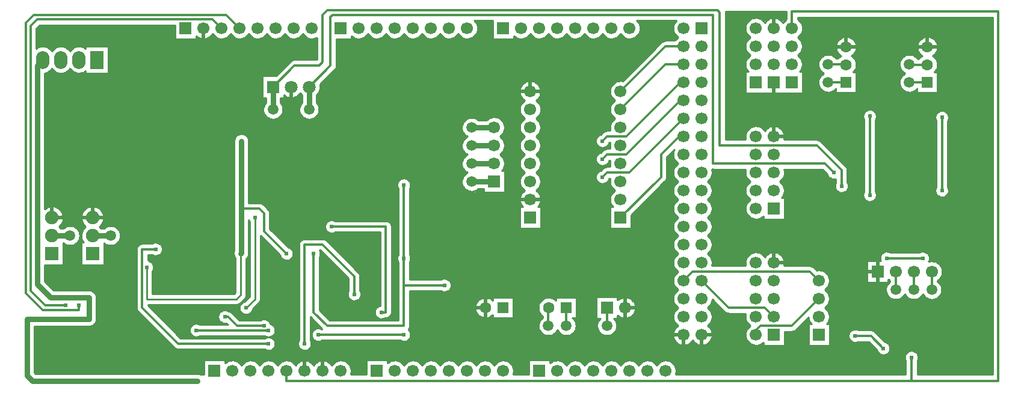
<source format=gbr>
G04 DipTrace 2.4.0.2*
%INBottom.gbr*%
%MOIN*%
%ADD13C,0.03*%
%ADD14C,0.012*%
%ADD15C,0.01*%
%ADD16C,0.013*%
%ADD19C,0.02*%
%ADD31R,0.0669X0.0669*%
%ADD32C,0.0669*%
%ADD33R,0.0709X0.0709*%
%ADD34C,0.0709*%
%ADD35R,0.063X0.063*%
%ADD36C,0.063*%
%ADD37R,0.0748X0.0984*%
%ADD38O,0.0748X0.0984*%
%ADD41R,0.0748X0.0748*%
%ADD42C,0.0748*%
%ADD45C,0.0591*%
%ADD51C,0.024*%
%FSLAX44Y44*%
G04*
G70*
G90*
G75*
G01*
%LNBottom*%
%LPD*%
X1500Y18250D2*
D13*
X1187Y17937D1*
Y5812D1*
X1937Y5062D1*
X4063D1*
Y3875D1*
X625D1*
Y750D1*
X938Y438D1*
X10062D1*
X12760Y4492D2*
D15*
X13250Y4982D1*
Y9500D1*
X14250Y15500D2*
D13*
Y16750D1*
D16*
X15438Y17938D1*
X16813D1*
X17000Y18125D1*
Y20750D1*
X17250Y21000D1*
X38875D1*
X39000Y20875D1*
Y13500D1*
X44375D1*
X45750Y12125D1*
Y11250D1*
X43000Y20000D2*
Y20937D1*
X54437D1*
Y437D1*
X49625D1*
X15000D1*
Y1000D1*
X49625Y1750D2*
Y437D1*
X17500Y9000D2*
D14*
X20500D1*
Y4250D1*
X20250D1*
X16250Y15500D2*
D13*
Y16750D1*
D16*
X17437Y17937D1*
Y20625D1*
X17562Y20750D1*
X38625D1*
Y12500D1*
X44812D1*
X45312Y12000D1*
X38000Y6000D2*
X39500Y4500D1*
X41500D1*
X42000Y4000D1*
X44500Y6000D2*
X44000Y6500D1*
X37500D1*
X37000Y6000D1*
X48750Y6500D2*
Y5500D1*
X49750Y6500D2*
Y5500D1*
X47750Y6500D2*
Y5500D1*
X15250Y15500D2*
Y16750D1*
X49250Y7937D2*
X47500D1*
X49250D2*
X51063D1*
X49250D2*
X49187Y8000D1*
Y15188D1*
X49000Y4687D2*
X46500D1*
Y5062D1*
X19884Y6689D2*
X20063Y6868D1*
Y7063D1*
X19884Y6689D2*
X19688Y6885D1*
Y7063D1*
X19884Y6689D2*
X19688Y6493D1*
Y6312D1*
X19884Y6689D2*
X20063Y6510D1*
Y6312D1*
X10884Y6439D2*
X11062Y6618D1*
Y6813D1*
X10884Y6439D2*
X10688Y6635D1*
Y6813D1*
X10884Y6439D2*
X10688Y6243D1*
Y6062D1*
X10884Y6439D2*
X11062Y6260D1*
Y6062D1*
X11400Y20000D2*
X10900Y20500D1*
X1187D1*
X812Y20125D1*
Y5438D1*
X1625Y4625D1*
X2750D1*
X2000Y8500D2*
D13*
X3000D1*
X21500Y3000D2*
D14*
X16750D1*
X13750Y3500D2*
X12250D1*
X11750Y4000D1*
X11581D1*
X48062Y2250D2*
D16*
X47375Y2937D1*
X46500D1*
X16500Y7500D2*
D14*
Y4250D1*
X17250Y3500D1*
X21500D1*
Y5750D1*
Y7250D1*
X23750Y5750D2*
X21500D1*
Y7250D2*
D16*
Y11313D1*
X7750Y7750D2*
D14*
X7000D1*
Y4500D1*
X9000Y2500D1*
X14000D1*
X16000D2*
Y8000D1*
X17000D1*
X18750Y6250D1*
Y5250D1*
X48250Y7250D2*
D16*
X50250D1*
X50750Y5500D2*
Y6500D1*
X30500Y4500D2*
Y3500D1*
X7256Y6750D2*
D15*
Y4976D1*
X12226D1*
X12469Y5219D1*
Y7500D1*
D13*
X12500Y7531D1*
Y9998D1*
Y13750D1*
X15000Y7500D2*
D14*
X13750Y8750D1*
Y9750D1*
X13502Y9998D1*
X12500D1*
X14000Y3250D2*
X10002D1*
X29516Y4500D2*
D16*
X29500Y4484D1*
Y3500D1*
X12400Y20000D2*
X11650Y20750D1*
X1000D1*
X562Y20312D1*
Y5313D1*
X1500Y4375D1*
X3500D1*
Y4625D1*
X5250Y8500D2*
D13*
X4250D1*
X44500Y5000D2*
D16*
X43000Y3500D1*
X41250D1*
X41000Y3250D1*
Y3000D1*
X25250Y13500D2*
D13*
X26500D1*
X25250Y14500D2*
X26500D1*
X25250Y12500D2*
X26500D1*
X25250Y11500D2*
X26500D1*
X32750Y4500D2*
D16*
Y3500D1*
X45000Y17000D2*
X46000D1*
X47312Y10750D2*
Y15125D1*
X46000Y17984D2*
X45984Y18000D1*
X45000D1*
X49500Y17000D2*
X50500D1*
X51312Y11000D2*
Y15063D1*
X49500Y18000D2*
X49516Y17984D1*
X50500D1*
X33500Y16500D2*
X36000Y19000D1*
X37000D1*
X33500Y9500D2*
X35750Y11750D1*
Y13000D1*
X36750Y14000D1*
X37000D1*
X32500Y11750D2*
X32750Y12000D1*
X34000D1*
X37000Y15000D1*
X32500Y12750D2*
X32750Y13000D1*
X33813D1*
X36813Y16000D1*
X37000D1*
X32500Y13750D2*
X32750Y14000D1*
X33813D1*
X36813Y17000D1*
X37000D1*
X33500Y15500D2*
X36000Y18000D1*
X37000D1*
D51*
X10062Y438D3*
X12760Y4492D3*
X13250Y9500D3*
X45750Y11250D3*
X49625Y1750D3*
X17500Y9000D3*
X20250Y4250D3*
X45312Y12000D3*
X49250Y7937D3*
X47500D3*
X51063D3*
X49250D3*
X49187Y15188D3*
X49250Y7937D3*
X49000Y4687D3*
X46500Y5062D3*
X19884Y6689D3*
X20063Y7063D3*
X19884Y6689D3*
X19688Y7063D3*
X19884Y6689D3*
X19688Y6312D3*
X20063D3*
X19884Y6689D3*
X10884Y6439D3*
X11062Y6813D3*
X10884Y6439D3*
X10688Y6813D3*
Y6062D3*
X10884Y6439D3*
X11062Y6062D3*
X10884Y6439D3*
X2750Y4625D3*
X21500Y3000D3*
X16750D3*
X13750Y3500D3*
X11581Y4000D3*
X48062Y2250D3*
X46500Y2937D3*
X16500Y7500D3*
X21500Y7250D3*
X23750Y5750D3*
X21500Y11313D3*
X7750Y7750D3*
X14000Y2500D3*
X16000D3*
X18750Y5250D3*
X48250Y7250D3*
X50250D3*
X12469Y7500D3*
X7256Y6750D3*
X12500Y13750D3*
X15000Y7500D3*
X14000Y3250D3*
X10002D3*
X3500Y4625D3*
X47312Y10750D3*
Y15125D3*
X51312Y11000D3*
Y15063D3*
X32500Y11750D3*
Y12750D3*
Y13750D3*
X39330Y20851D2*
D15*
X42670D1*
X39330Y20753D2*
X42670D1*
X39330Y20654D2*
X42670D1*
X39330Y20555D2*
X40795D1*
X41205D2*
X41795D1*
X42205D2*
X42670D1*
X43330D2*
X54108D1*
X39330Y20457D2*
X40619D1*
X41381D2*
X41619D1*
X42381D2*
X42619D1*
X43381D2*
X54108D1*
X25478Y20358D2*
X26402D1*
X34478D2*
X36522D1*
X39330D2*
X40522D1*
X43478D2*
X54108D1*
X25539Y20259D2*
X26402D1*
X34539D2*
X36461D1*
X39330D2*
X40461D1*
X43539D2*
X54108D1*
X1309Y20160D2*
X8802D1*
X25576D2*
X26402D1*
X34576D2*
X36424D1*
X39330D2*
X40424D1*
X43576D2*
X54108D1*
X1211Y20062D2*
X8802D1*
X25595D2*
X26402D1*
X34595D2*
X36405D1*
X39330D2*
X40405D1*
X43595D2*
X54108D1*
X1142Y19963D2*
X8802D1*
X25597D2*
X26402D1*
X34597D2*
X36403D1*
X39330D2*
X40403D1*
X43597D2*
X54108D1*
X1142Y19864D2*
X8802D1*
X25583D2*
X26402D1*
X34583D2*
X36417D1*
X39330D2*
X40417D1*
X43583D2*
X54108D1*
X1142Y19766D2*
X8802D1*
X25550D2*
X26402D1*
X34550D2*
X36450D1*
X39330D2*
X40450D1*
X43550D2*
X54108D1*
X1142Y19667D2*
X8802D1*
X25495D2*
X26402D1*
X34495D2*
X36505D1*
X39330D2*
X40505D1*
X43495D2*
X54108D1*
X1142Y19568D2*
X8802D1*
X10811D2*
X10989D1*
X11811D2*
X11989D1*
X12811D2*
X12989D1*
X13811D2*
X13989D1*
X14811D2*
X14989D1*
X15811D2*
X15989D1*
X19411D2*
X19589D1*
X20411D2*
X20589D1*
X21411D2*
X21589D1*
X22411D2*
X22589D1*
X23411D2*
X23589D1*
X24411D2*
X24589D1*
X25411D2*
X26402D1*
X28411D2*
X28589D1*
X29411D2*
X29589D1*
X30411D2*
X30589D1*
X31411D2*
X31589D1*
X32411D2*
X32589D1*
X33411D2*
X33589D1*
X34411D2*
X36589D1*
X39330D2*
X40589D1*
X43411D2*
X54108D1*
X1142Y19470D2*
X8802D1*
X9998D2*
X10135D1*
X10665D2*
X11135D1*
X11665D2*
X12135D1*
X12665D2*
X13135D1*
X13665D2*
X14135D1*
X14665D2*
X15135D1*
X15665D2*
X16135D1*
X18598D2*
X18735D1*
X19265D2*
X19735D1*
X20265D2*
X20735D1*
X21265D2*
X21735D1*
X22265D2*
X22735D1*
X23265D2*
X23735D1*
X24265D2*
X24735D1*
X25265D2*
X26402D1*
X27598D2*
X27735D1*
X28265D2*
X28735D1*
X29265D2*
X29735D1*
X30265D2*
X30735D1*
X31265D2*
X31735D1*
X32265D2*
X32735D1*
X33265D2*
X33735D1*
X34265D2*
X36636D1*
X39330D2*
X40636D1*
X43364D2*
X45720D1*
X46280D2*
X50220D1*
X50780D2*
X54108D1*
X1142Y19371D2*
X16670D1*
X17767D2*
X36533D1*
X39330D2*
X40533D1*
X43467D2*
X45588D1*
X46412D2*
X50088D1*
X50912D2*
X54108D1*
X1142Y19272D2*
X16670D1*
X17767D2*
X35824D1*
X39330D2*
X40469D1*
X43531D2*
X45510D1*
X46490D2*
X50010D1*
X50990D2*
X54108D1*
X1142Y19174D2*
X16670D1*
X17767D2*
X35713D1*
X39330D2*
X40428D1*
X43572D2*
X45460D1*
X46540D2*
X49960D1*
X51040D2*
X54108D1*
X1142Y19075D2*
X16670D1*
X17767D2*
X35614D1*
X39330D2*
X40406D1*
X43594D2*
X45431D1*
X46569D2*
X49931D1*
X51069D2*
X54108D1*
X1142Y18976D2*
X1335D1*
X1665D2*
X2335D1*
X2665D2*
X3335D1*
X3665D2*
X3863D1*
X5137D2*
X16670D1*
X17767D2*
X35516D1*
X39330D2*
X40402D1*
X43598D2*
X45420D1*
X46580D2*
X49920D1*
X51080D2*
X54108D1*
X1876Y18878D2*
X2124D1*
X2876D2*
X3124D1*
X5137D2*
X16670D1*
X17767D2*
X35417D1*
X39330D2*
X40414D1*
X43586D2*
X45428D1*
X46572D2*
X49928D1*
X51072D2*
X54108D1*
X5137Y18779D2*
X16670D1*
X17767D2*
X35317D1*
X39330D2*
X40444D1*
X43556D2*
X45453D1*
X46547D2*
X49953D1*
X51047D2*
X54108D1*
X5137Y18680D2*
X16670D1*
X17767D2*
X35219D1*
X39330D2*
X40495D1*
X43505D2*
X45500D1*
X46500D2*
X50000D1*
X51000D2*
X54108D1*
X5137Y18581D2*
X16670D1*
X17767D2*
X35120D1*
X39330D2*
X40577D1*
X43423D2*
X45574D1*
X46426D2*
X50074D1*
X50926D2*
X54108D1*
X5137Y18483D2*
X16670D1*
X17767D2*
X35022D1*
X39330D2*
X40653D1*
X43347D2*
X44728D1*
X45272D2*
X45694D1*
X46306D2*
X49228D1*
X49772D2*
X50194D1*
X50806D2*
X54108D1*
X5137Y18384D2*
X16670D1*
X17767D2*
X34924D1*
X39330D2*
X40544D1*
X43456D2*
X44597D1*
X45403D2*
X45586D1*
X46414D2*
X49097D1*
X49903D2*
X50086D1*
X50914D2*
X54108D1*
X5137Y18285D2*
X16670D1*
X17767D2*
X34825D1*
X39330D2*
X40475D1*
X43525D2*
X44520D1*
X46492D2*
X49020D1*
X50992D2*
X54108D1*
X5137Y18187D2*
X15228D1*
X17767D2*
X34725D1*
X39330D2*
X40431D1*
X43569D2*
X44474D1*
X46542D2*
X48974D1*
X51042D2*
X54108D1*
X5137Y18088D2*
X15127D1*
X17767D2*
X34627D1*
X39330D2*
X40408D1*
X43592D2*
X44449D1*
X46569D2*
X48949D1*
X51069D2*
X54108D1*
X5137Y17989D2*
X15028D1*
X17767D2*
X34528D1*
X39330D2*
X40402D1*
X43598D2*
X44441D1*
X46580D2*
X48941D1*
X51080D2*
X54108D1*
X5137Y17891D2*
X14930D1*
X17762D2*
X34430D1*
X39330D2*
X40411D1*
X43589D2*
X44452D1*
X46572D2*
X48952D1*
X51072D2*
X54108D1*
X5137Y17792D2*
X14831D1*
X17731D2*
X34331D1*
X39330D2*
X40439D1*
X43561D2*
X44481D1*
X46545D2*
X48981D1*
X51045D2*
X54108D1*
X1959Y17693D2*
X2041D1*
X2959D2*
X3041D1*
X5137D2*
X14733D1*
X17655D2*
X34233D1*
X39330D2*
X40488D1*
X43512D2*
X44535D1*
X46498D2*
X49035D1*
X50998D2*
X54108D1*
X1834Y17595D2*
X2166D1*
X2834D2*
X3166D1*
X5137D2*
X14633D1*
X17556D2*
X34133D1*
X39330D2*
X40563D1*
X43437D2*
X44619D1*
X46425D2*
X49119D1*
X50925D2*
X54108D1*
X1601Y17496D2*
X14535D1*
X17458D2*
X34035D1*
X39330D2*
X40402D1*
X43598D2*
X44755D1*
X46580D2*
X49255D1*
X51080D2*
X54108D1*
X1601Y17397D2*
X14436D1*
X17358D2*
X33936D1*
X39330D2*
X40402D1*
X43598D2*
X44611D1*
X46580D2*
X49111D1*
X51080D2*
X54108D1*
X1601Y17299D2*
X13631D1*
X17259D2*
X33838D1*
X39330D2*
X40402D1*
X43598D2*
X44530D1*
X46580D2*
X49030D1*
X51080D2*
X54108D1*
X1601Y17200D2*
X13631D1*
X17161D2*
X33739D1*
X39330D2*
X40402D1*
X43598D2*
X44478D1*
X46580D2*
X48978D1*
X51080D2*
X54108D1*
X1601Y17101D2*
X13631D1*
X17062D2*
X33641D1*
X39330D2*
X40402D1*
X43598D2*
X44450D1*
X46580D2*
X48950D1*
X51080D2*
X54108D1*
X1601Y17002D2*
X13631D1*
X16964D2*
X28183D1*
X28817D2*
X33183D1*
X39330D2*
X40402D1*
X43598D2*
X44441D1*
X46580D2*
X48941D1*
X51080D2*
X54108D1*
X1601Y16904D2*
X13631D1*
X16865D2*
X28063D1*
X28937D2*
X33063D1*
X39330D2*
X40402D1*
X43598D2*
X44449D1*
X46580D2*
X48949D1*
X51080D2*
X54108D1*
X1601Y16805D2*
X13631D1*
X16865D2*
X27986D1*
X29014D2*
X32986D1*
X39330D2*
X40402D1*
X43598D2*
X44477D1*
X46580D2*
X48977D1*
X51080D2*
X54108D1*
X1601Y16706D2*
X13631D1*
X16867D2*
X27939D1*
X29061D2*
X32939D1*
X39330D2*
X40402D1*
X43598D2*
X44525D1*
X46580D2*
X49025D1*
X51080D2*
X54108D1*
X1601Y16608D2*
X13631D1*
X16851D2*
X27911D1*
X29089D2*
X32911D1*
X39330D2*
X40402D1*
X43598D2*
X44606D1*
X46580D2*
X49106D1*
X51080D2*
X54108D1*
X1601Y16509D2*
X13631D1*
X16819D2*
X27902D1*
X29098D2*
X32902D1*
X39330D2*
X40402D1*
X43598D2*
X44744D1*
X45256D2*
X45420D1*
X46580D2*
X49244D1*
X49756D2*
X49920D1*
X51080D2*
X54108D1*
X1601Y16410D2*
X13631D1*
X16764D2*
X27908D1*
X29092D2*
X32908D1*
X39330D2*
X54108D1*
X1601Y16312D2*
X13631D1*
X15681D2*
X15819D1*
X16681D2*
X27933D1*
X29067D2*
X32933D1*
X39330D2*
X54108D1*
X1601Y16213D2*
X13631D1*
X14869D2*
X14955D1*
X15545D2*
X15836D1*
X16664D2*
X27977D1*
X29023D2*
X32977D1*
X39330D2*
X54108D1*
X1601Y16114D2*
X13836D1*
X14664D2*
X15836D1*
X16664D2*
X28045D1*
X28955D2*
X33045D1*
X39330D2*
X54108D1*
X1601Y16016D2*
X13836D1*
X14664D2*
X15836D1*
X16664D2*
X28156D1*
X28844D2*
X33156D1*
X39330D2*
X54108D1*
X1601Y15917D2*
X13836D1*
X14664D2*
X15836D1*
X16664D2*
X28075D1*
X28925D2*
X33075D1*
X39330D2*
X54108D1*
X1601Y15818D2*
X13792D1*
X14708D2*
X15792D1*
X16708D2*
X27995D1*
X29005D2*
X32995D1*
X39330D2*
X54108D1*
X1601Y15720D2*
X13736D1*
X14764D2*
X15736D1*
X16764D2*
X27944D1*
X29056D2*
X32944D1*
X39330D2*
X54108D1*
X1601Y15621D2*
X13705D1*
X14795D2*
X15705D1*
X16795D2*
X27914D1*
X29086D2*
X32914D1*
X39330D2*
X54108D1*
X1601Y15522D2*
X13691D1*
X14809D2*
X15691D1*
X16809D2*
X27902D1*
X29098D2*
X32902D1*
X39330D2*
X54108D1*
X1601Y15423D2*
X13695D1*
X14805D2*
X15695D1*
X16805D2*
X27906D1*
X29094D2*
X32906D1*
X39330D2*
X47077D1*
X47548D2*
X51205D1*
X51420D2*
X54108D1*
X1601Y15325D2*
X13719D1*
X14781D2*
X15719D1*
X16781D2*
X27928D1*
X29072D2*
X32928D1*
X39330D2*
X46986D1*
X47639D2*
X51036D1*
X51589D2*
X54108D1*
X1601Y15226D2*
X13764D1*
X14736D2*
X15764D1*
X16736D2*
X27969D1*
X29031D2*
X32969D1*
X39330D2*
X46942D1*
X47683D2*
X50966D1*
X51659D2*
X54108D1*
X1601Y15127D2*
X13836D1*
X14664D2*
X15836D1*
X16664D2*
X28035D1*
X28965D2*
X33035D1*
X39330D2*
X46928D1*
X47697D2*
X50935D1*
X51690D2*
X54108D1*
X1601Y15029D2*
X13958D1*
X14542D2*
X15958D1*
X16542D2*
X25092D1*
X25408D2*
X26231D1*
X26769D2*
X28138D1*
X28862D2*
X33138D1*
X39330D2*
X46941D1*
X47684D2*
X50930D1*
X51695D2*
X54108D1*
X1601Y14930D2*
X24899D1*
X25601D2*
X26088D1*
X26912D2*
X28088D1*
X28912D2*
X33088D1*
X39330D2*
X46983D1*
X47642D2*
X50953D1*
X51672D2*
X54108D1*
X1601Y14831D2*
X24802D1*
X26997D2*
X28003D1*
X28997D2*
X33003D1*
X39330D2*
X46983D1*
X47642D2*
X50983D1*
X51642D2*
X54108D1*
X1601Y14733D2*
X24742D1*
X27050D2*
X27950D1*
X29050D2*
X32950D1*
X39330D2*
X46983D1*
X47642D2*
X50983D1*
X51642D2*
X54108D1*
X1601Y14634D2*
X24708D1*
X27083D2*
X27917D1*
X29083D2*
X32917D1*
X39330D2*
X46983D1*
X47642D2*
X50983D1*
X51642D2*
X54108D1*
X1601Y14535D2*
X24692D1*
X27097D2*
X27903D1*
X29097D2*
X32903D1*
X39330D2*
X40745D1*
X41255D2*
X41745D1*
X42255D2*
X46983D1*
X47642D2*
X50983D1*
X51642D2*
X54108D1*
X1601Y14437D2*
X24694D1*
X27095D2*
X27905D1*
X29095D2*
X32905D1*
X39330D2*
X40595D1*
X41405D2*
X41595D1*
X42405D2*
X46983D1*
X47642D2*
X50983D1*
X51642D2*
X54108D1*
X1601Y14338D2*
X24716D1*
X27076D2*
X27924D1*
X29076D2*
X32924D1*
X39330D2*
X40508D1*
X42492D2*
X46983D1*
X47642D2*
X50983D1*
X51642D2*
X54108D1*
X1601Y14239D2*
X24756D1*
X27037D2*
X27963D1*
X29037D2*
X32530D1*
X39330D2*
X40452D1*
X42548D2*
X46983D1*
X47642D2*
X50983D1*
X51642D2*
X54108D1*
X1601Y14141D2*
X12388D1*
X12612D2*
X24825D1*
X26976D2*
X28024D1*
X28976D2*
X32430D1*
X39330D2*
X40419D1*
X42581D2*
X46983D1*
X47642D2*
X50983D1*
X51642D2*
X54108D1*
X1601Y14042D2*
X12211D1*
X12789D2*
X24938D1*
X26880D2*
X28120D1*
X28880D2*
X32256D1*
X39330D2*
X40403D1*
X42597D2*
X46983D1*
X47642D2*
X50983D1*
X51642D2*
X54108D1*
X1601Y13943D2*
X12136D1*
X12864D2*
X24916D1*
X26897D2*
X28103D1*
X28897D2*
X32170D1*
X39330D2*
X40405D1*
X42595D2*
X46983D1*
X47642D2*
X50983D1*
X51642D2*
X54108D1*
X1601Y13844D2*
X12097D1*
X12903D2*
X24813D1*
X26987D2*
X28013D1*
X28987D2*
X32128D1*
X39330D2*
X40422D1*
X42578D2*
X46983D1*
X47642D2*
X50983D1*
X51642D2*
X54108D1*
X1601Y13746D2*
X12086D1*
X12914D2*
X24749D1*
X27045D2*
X27955D1*
X29045D2*
X32116D1*
X44587D2*
X46983D1*
X47642D2*
X50983D1*
X51642D2*
X54108D1*
X1601Y13647D2*
X12086D1*
X12914D2*
X24711D1*
X27080D2*
X27920D1*
X29080D2*
X32130D1*
X44689D2*
X46983D1*
X47642D2*
X50983D1*
X51642D2*
X54108D1*
X1601Y13548D2*
X12086D1*
X12914D2*
X24692D1*
X27097D2*
X27903D1*
X29097D2*
X32175D1*
X32825D2*
X32903D1*
X44787D2*
X46983D1*
X47642D2*
X50983D1*
X51642D2*
X54108D1*
X1601Y13450D2*
X12086D1*
X12914D2*
X24694D1*
X27097D2*
X27903D1*
X29097D2*
X32267D1*
X32733D2*
X32903D1*
X44886D2*
X46983D1*
X47642D2*
X50983D1*
X51642D2*
X54108D1*
X1601Y13351D2*
X12086D1*
X12914D2*
X24711D1*
X27080D2*
X27920D1*
X29080D2*
X32920D1*
X44984D2*
X46983D1*
X47642D2*
X50983D1*
X51642D2*
X54108D1*
X1601Y13252D2*
X12086D1*
X12914D2*
X24750D1*
X27044D2*
X27956D1*
X29044D2*
X32545D1*
X45084D2*
X46983D1*
X47642D2*
X50983D1*
X51642D2*
X54108D1*
X1601Y13154D2*
X12086D1*
X12914D2*
X24814D1*
X26986D2*
X28014D1*
X28986D2*
X32442D1*
X36364D2*
X36420D1*
X45183D2*
X46983D1*
X47642D2*
X50983D1*
X51642D2*
X54108D1*
X1601Y13055D2*
X12086D1*
X12914D2*
X24919D1*
X26895D2*
X28105D1*
X28895D2*
X32274D1*
X36265D2*
X36403D1*
X45281D2*
X46983D1*
X47642D2*
X50983D1*
X51642D2*
X54108D1*
X1601Y12956D2*
X12086D1*
X12914D2*
X24935D1*
X26881D2*
X28119D1*
X28881D2*
X32178D1*
X36167D2*
X36403D1*
X45380D2*
X46983D1*
X47642D2*
X50983D1*
X51642D2*
X54108D1*
X1601Y12858D2*
X12086D1*
X12914D2*
X24824D1*
X26978D2*
X28022D1*
X28978D2*
X32131D1*
X36080D2*
X36419D1*
X45478D2*
X46983D1*
X47642D2*
X50983D1*
X51642D2*
X54108D1*
X1601Y12759D2*
X12086D1*
X12914D2*
X24756D1*
X27039D2*
X27961D1*
X29039D2*
X32116D1*
X36080D2*
X36453D1*
X45576D2*
X46983D1*
X47642D2*
X50983D1*
X51642D2*
X54108D1*
X1601Y12660D2*
X12086D1*
X12914D2*
X24714D1*
X27076D2*
X27924D1*
X29076D2*
X32127D1*
X36080D2*
X36510D1*
X45676D2*
X46983D1*
X47642D2*
X50983D1*
X51642D2*
X54108D1*
X1601Y12562D2*
X12086D1*
X12914D2*
X24694D1*
X27095D2*
X27905D1*
X29095D2*
X32167D1*
X32833D2*
X32905D1*
X36080D2*
X36597D1*
X45775D2*
X46983D1*
X47642D2*
X50983D1*
X51642D2*
X54108D1*
X1601Y12463D2*
X12086D1*
X12914D2*
X24692D1*
X27097D2*
X27903D1*
X29097D2*
X32250D1*
X32750D2*
X32903D1*
X36080D2*
X36627D1*
X45873D2*
X46983D1*
X47642D2*
X50983D1*
X51642D2*
X54108D1*
X1601Y12364D2*
X12086D1*
X12914D2*
X24708D1*
X27083D2*
X27917D1*
X29083D2*
X32917D1*
X36080D2*
X36528D1*
X45972D2*
X46983D1*
X47642D2*
X50983D1*
X51642D2*
X54108D1*
X1601Y12265D2*
X12086D1*
X12914D2*
X24744D1*
X27050D2*
X27950D1*
X29050D2*
X32564D1*
X36080D2*
X36464D1*
X46047D2*
X46983D1*
X47642D2*
X50983D1*
X51642D2*
X54108D1*
X1601Y12167D2*
X12086D1*
X12914D2*
X24803D1*
X26995D2*
X28005D1*
X28995D2*
X32456D1*
X36080D2*
X36425D1*
X38575D2*
X40425D1*
X42575D2*
X44685D1*
X46076D2*
X46983D1*
X47642D2*
X50983D1*
X51642D2*
X54108D1*
X1601Y12068D2*
X12086D1*
X12914D2*
X24900D1*
X27098D2*
X28091D1*
X28909D2*
X32294D1*
X36080D2*
X36405D1*
X38595D2*
X40405D1*
X42595D2*
X44783D1*
X46080D2*
X46983D1*
X47642D2*
X50983D1*
X51642D2*
X54108D1*
X1601Y11969D2*
X12086D1*
X12914D2*
X24955D1*
X27098D2*
X28135D1*
X28865D2*
X32188D1*
X36080D2*
X36402D1*
X38598D2*
X40402D1*
X42598D2*
X44881D1*
X46080D2*
X46983D1*
X47642D2*
X50983D1*
X51642D2*
X54108D1*
X1601Y11871D2*
X12086D1*
X12914D2*
X24835D1*
X27098D2*
X28033D1*
X28967D2*
X32136D1*
X36080D2*
X36416D1*
X38584D2*
X40416D1*
X42584D2*
X44952D1*
X46080D2*
X46983D1*
X47642D2*
X50983D1*
X51642D2*
X54108D1*
X1601Y11772D2*
X12086D1*
X12914D2*
X24763D1*
X27098D2*
X27969D1*
X29031D2*
X32117D1*
X36080D2*
X36447D1*
X38553D2*
X40447D1*
X42553D2*
X45006D1*
X46080D2*
X46983D1*
X47642D2*
X50983D1*
X51642D2*
X54108D1*
X1601Y11673D2*
X12086D1*
X12914D2*
X21392D1*
X21608D2*
X24719D1*
X27098D2*
X27928D1*
X29072D2*
X32124D1*
X36070D2*
X36500D1*
X38500D2*
X40500D1*
X42500D2*
X45120D1*
X46080D2*
X46983D1*
X47642D2*
X50983D1*
X51642D2*
X54108D1*
X1601Y11575D2*
X12086D1*
X12914D2*
X21224D1*
X21776D2*
X24695D1*
X27098D2*
X27906D1*
X29094D2*
X32160D1*
X32840D2*
X32906D1*
X36026D2*
X36583D1*
X38417D2*
X40583D1*
X42417D2*
X45420D1*
X46080D2*
X46983D1*
X47642D2*
X50983D1*
X51642D2*
X54108D1*
X1601Y11476D2*
X12086D1*
X12914D2*
X21153D1*
X21847D2*
X24691D1*
X27098D2*
X27902D1*
X29098D2*
X32236D1*
X32764D2*
X32902D1*
X35937D2*
X36644D1*
X38356D2*
X40644D1*
X42356D2*
X45420D1*
X46080D2*
X46983D1*
X47642D2*
X50983D1*
X51642D2*
X54108D1*
X1601Y11377D2*
X12086D1*
X12914D2*
X21122D1*
X21878D2*
X24705D1*
X27098D2*
X27914D1*
X29086D2*
X32460D1*
X32541D2*
X32914D1*
X35839D2*
X36538D1*
X38462D2*
X40538D1*
X42462D2*
X45388D1*
X46112D2*
X46983D1*
X47642D2*
X50983D1*
X51642D2*
X54108D1*
X1601Y11279D2*
X12086D1*
X12914D2*
X21117D1*
X21883D2*
X24738D1*
X27098D2*
X27945D1*
X29055D2*
X32945D1*
X35739D2*
X36472D1*
X38528D2*
X40472D1*
X42528D2*
X45367D1*
X46133D2*
X46983D1*
X47642D2*
X50983D1*
X51642D2*
X54108D1*
X1601Y11180D2*
X12086D1*
X12914D2*
X21141D1*
X21859D2*
X24794D1*
X27098D2*
X27995D1*
X29005D2*
X32995D1*
X35640D2*
X36430D1*
X38570D2*
X40430D1*
X42570D2*
X45372D1*
X46128D2*
X46983D1*
X47642D2*
X50975D1*
X51650D2*
X54108D1*
X1601Y11081D2*
X12086D1*
X12914D2*
X21170D1*
X21830D2*
X24885D1*
X25615D2*
X25902D1*
X27098D2*
X28077D1*
X28923D2*
X33077D1*
X35542D2*
X36406D1*
X38594D2*
X40406D1*
X42594D2*
X45406D1*
X46094D2*
X46983D1*
X47642D2*
X50938D1*
X51687D2*
X54108D1*
X1601Y10983D2*
X12086D1*
X12914D2*
X21170D1*
X21830D2*
X25056D1*
X25444D2*
X25902D1*
X27098D2*
X28153D1*
X28847D2*
X33153D1*
X35444D2*
X36402D1*
X38598D2*
X40402D1*
X42598D2*
X45478D1*
X46022D2*
X46983D1*
X47642D2*
X50928D1*
X51697D2*
X54108D1*
X1601Y10884D2*
X12086D1*
X12914D2*
X21170D1*
X21830D2*
X28044D1*
X28956D2*
X33044D1*
X35345D2*
X36413D1*
X38587D2*
X40413D1*
X42587D2*
X45664D1*
X45836D2*
X46953D1*
X47672D2*
X50947D1*
X51678D2*
X54108D1*
X1601Y10785D2*
X12086D1*
X12914D2*
X21170D1*
X21830D2*
X27975D1*
X29025D2*
X32975D1*
X35247D2*
X36442D1*
X38558D2*
X40442D1*
X42558D2*
X46930D1*
X47695D2*
X50997D1*
X51628D2*
X54108D1*
X1601Y10686D2*
X12086D1*
X12914D2*
X21170D1*
X21830D2*
X27931D1*
X29069D2*
X32931D1*
X35147D2*
X36492D1*
X38508D2*
X40492D1*
X42508D2*
X46935D1*
X47690D2*
X51099D1*
X51526D2*
X54108D1*
X1601Y10588D2*
X12086D1*
X12914D2*
X21170D1*
X21830D2*
X27908D1*
X29092D2*
X32908D1*
X35048D2*
X36570D1*
X38430D2*
X40570D1*
X42598D2*
X46966D1*
X47659D2*
X54108D1*
X1601Y10489D2*
X12086D1*
X12914D2*
X21170D1*
X21830D2*
X27902D1*
X29098D2*
X32902D1*
X34950D2*
X36663D1*
X38337D2*
X40663D1*
X42598D2*
X47035D1*
X47590D2*
X54108D1*
X1601Y10390D2*
X12086D1*
X12914D2*
X21170D1*
X21830D2*
X27911D1*
X29089D2*
X32911D1*
X34851D2*
X36550D1*
X38450D2*
X40550D1*
X42598D2*
X47200D1*
X47425D2*
X54108D1*
X1601Y10292D2*
X12086D1*
X13623D2*
X21170D1*
X21830D2*
X27939D1*
X29061D2*
X32939D1*
X34753D2*
X36478D1*
X38522D2*
X40478D1*
X42598D2*
X54108D1*
X1601Y10193D2*
X12086D1*
X13761D2*
X21170D1*
X21830D2*
X27988D1*
X29012D2*
X32988D1*
X34655D2*
X36435D1*
X38565D2*
X40435D1*
X42598D2*
X54108D1*
X1601Y10094D2*
X1788D1*
X2212D2*
X4038D1*
X4462D2*
X12086D1*
X13859D2*
X21170D1*
X21830D2*
X28064D1*
X28936D2*
X33064D1*
X34555D2*
X36410D1*
X38590D2*
X40410D1*
X42598D2*
X54108D1*
X2395Y9996D2*
X3855D1*
X4645D2*
X12086D1*
X13958D2*
X21170D1*
X21830D2*
X27902D1*
X29098D2*
X32902D1*
X34456D2*
X36402D1*
X38598D2*
X40402D1*
X42598D2*
X54108D1*
X2497Y9897D2*
X3753D1*
X4747D2*
X12086D1*
X14037D2*
X21170D1*
X21830D2*
X27902D1*
X29098D2*
X32902D1*
X34358D2*
X36411D1*
X38589D2*
X40411D1*
X42598D2*
X54108D1*
X2562Y9798D2*
X3688D1*
X4812D2*
X12086D1*
X14070D2*
X21170D1*
X21830D2*
X27902D1*
X29098D2*
X32902D1*
X34259D2*
X36438D1*
X38562D2*
X40438D1*
X42598D2*
X54108D1*
X2605Y9700D2*
X3645D1*
X4855D2*
X12086D1*
X14073D2*
X21170D1*
X21830D2*
X27902D1*
X29098D2*
X32902D1*
X34161D2*
X36485D1*
X38515D2*
X40485D1*
X42598D2*
X54108D1*
X2630Y9601D2*
X3620D1*
X4880D2*
X12086D1*
X14073D2*
X21170D1*
X21830D2*
X27902D1*
X29098D2*
X32902D1*
X34098D2*
X36558D1*
X38442D2*
X40558D1*
X42598D2*
X54108D1*
X2637Y9502D2*
X3613D1*
X4887D2*
X12086D1*
X14073D2*
X21170D1*
X21830D2*
X27902D1*
X29098D2*
X32902D1*
X34098D2*
X36677D1*
X38323D2*
X40677D1*
X41323D2*
X41402D1*
X42598D2*
X54108D1*
X2631Y9404D2*
X3619D1*
X4881D2*
X12086D1*
X14073D2*
X21170D1*
X21830D2*
X27902D1*
X29098D2*
X32902D1*
X34098D2*
X36561D1*
X38439D2*
X54108D1*
X2606Y9305D2*
X3644D1*
X4856D2*
X12086D1*
X14073D2*
X17274D1*
X20584D2*
X21170D1*
X21830D2*
X27902D1*
X29098D2*
X32902D1*
X34098D2*
X36486D1*
X38514D2*
X54108D1*
X2565Y9206D2*
X3685D1*
X4815D2*
X12086D1*
X14073D2*
X17178D1*
X20747D2*
X21170D1*
X21830D2*
X27902D1*
X29098D2*
X32902D1*
X34098D2*
X36439D1*
X38561D2*
X54108D1*
X2500Y9107D2*
X3750D1*
X4750D2*
X12086D1*
X14073D2*
X17131D1*
X20805D2*
X21170D1*
X21830D2*
X27902D1*
X29098D2*
X32902D1*
X34098D2*
X36411D1*
X38589D2*
X54108D1*
X2401Y9009D2*
X2783D1*
X3217D2*
X3849D1*
X4651D2*
X5033D1*
X5467D2*
X12086D1*
X14073D2*
X17116D1*
X20823D2*
X21170D1*
X21830D2*
X27902D1*
X29098D2*
X32902D1*
X34098D2*
X36402D1*
X38598D2*
X54108D1*
X2486Y8910D2*
X2625D1*
X3375D2*
X3764D1*
X4736D2*
X4875D1*
X5625D2*
X12086D1*
X14073D2*
X17127D1*
X20823D2*
X21170D1*
X21830D2*
X36408D1*
X38592D2*
X54108D1*
X3462Y8811D2*
X3695D1*
X5712D2*
X12086D1*
X14142D2*
X17167D1*
X20823D2*
X21170D1*
X21830D2*
X36433D1*
X38567D2*
X54108D1*
X3517Y8713D2*
X3649D1*
X5767D2*
X12086D1*
X14240D2*
X17250D1*
X20823D2*
X21170D1*
X21830D2*
X36477D1*
X38523D2*
X54108D1*
X3547Y8614D2*
X3622D1*
X5797D2*
X12086D1*
X14340D2*
X20177D1*
X20823D2*
X21170D1*
X21830D2*
X36545D1*
X38455D2*
X54108D1*
X3559Y8515D2*
X3613D1*
X5809D2*
X12086D1*
X14439D2*
X20177D1*
X20823D2*
X21170D1*
X21830D2*
X36656D1*
X38344D2*
X54108D1*
X3553Y8417D2*
X3617D1*
X5803D2*
X12086D1*
X13564D2*
X13629D1*
X14537D2*
X20177D1*
X20823D2*
X21170D1*
X21830D2*
X36575D1*
X38425D2*
X54108D1*
X3528Y8318D2*
X3639D1*
X5778D2*
X12086D1*
X13564D2*
X13728D1*
X14636D2*
X20177D1*
X20823D2*
X21170D1*
X21830D2*
X36495D1*
X38505D2*
X54108D1*
X3483Y8219D2*
X3678D1*
X5733D2*
X12086D1*
X13564D2*
X13827D1*
X14734D2*
X15766D1*
X17234D2*
X20177D1*
X20823D2*
X21170D1*
X21830D2*
X36444D1*
X38556D2*
X54108D1*
X3408Y8121D2*
X3613D1*
X5658D2*
X7691D1*
X7808D2*
X12086D1*
X13564D2*
X13925D1*
X14833D2*
X15700D1*
X17333D2*
X20177D1*
X20823D2*
X21170D1*
X21830D2*
X36414D1*
X38586D2*
X54108D1*
X2637Y8022D2*
X2720D1*
X3280D2*
X3613D1*
X4887D2*
X4970D1*
X5530D2*
X6833D1*
X8017D2*
X12086D1*
X13564D2*
X14024D1*
X14933D2*
X15677D1*
X17433D2*
X20177D1*
X20823D2*
X21170D1*
X21830D2*
X36402D1*
X38598D2*
X54108D1*
X2637Y7923D2*
X3613D1*
X4887D2*
X6728D1*
X8092D2*
X12086D1*
X13564D2*
X14124D1*
X15031D2*
X15677D1*
X17531D2*
X20177D1*
X20823D2*
X21170D1*
X21830D2*
X36406D1*
X38594D2*
X54108D1*
X2637Y7825D2*
X3613D1*
X4887D2*
X6685D1*
X8126D2*
X12086D1*
X13564D2*
X14222D1*
X15195D2*
X15677D1*
X17630D2*
X20177D1*
X20823D2*
X21170D1*
X21830D2*
X36428D1*
X38572D2*
X54108D1*
X2637Y7726D2*
X3613D1*
X4887D2*
X6677D1*
X8133D2*
X12086D1*
X13564D2*
X14320D1*
X15308D2*
X15677D1*
X17728D2*
X20177D1*
X20823D2*
X21170D1*
X21830D2*
X36469D1*
X38531D2*
X54108D1*
X2637Y7627D2*
X3613D1*
X4887D2*
X6677D1*
X8114D2*
X12075D1*
X13564D2*
X14419D1*
X15362D2*
X15677D1*
X16862D2*
X16920D1*
X17826D2*
X20177D1*
X20823D2*
X21170D1*
X21830D2*
X36535D1*
X38465D2*
X54108D1*
X2637Y7528D2*
X3613D1*
X4887D2*
X6677D1*
X8061D2*
X12056D1*
X13564D2*
X14517D1*
X15383D2*
X15677D1*
X16883D2*
X17017D1*
X17925D2*
X20177D1*
X20823D2*
X21170D1*
X21830D2*
X36638D1*
X38362D2*
X40731D1*
X41269D2*
X41731D1*
X42269D2*
X47991D1*
X50509D2*
X54108D1*
X2637Y7430D2*
X3613D1*
X4887D2*
X6677D1*
X7323D2*
X7547D1*
X7953D2*
X12061D1*
X13564D2*
X14616D1*
X15378D2*
X15677D1*
X16878D2*
X17116D1*
X18025D2*
X20177D1*
X20823D2*
X21163D1*
X21837D2*
X36588D1*
X38412D2*
X40588D1*
X41412D2*
X41588D1*
X42412D2*
X47913D1*
X50587D2*
X54108D1*
X2637Y7331D2*
X3613D1*
X4887D2*
X6677D1*
X7323D2*
X12092D1*
X12861D2*
X12935D1*
X13564D2*
X14656D1*
X15344D2*
X15677D1*
X16844D2*
X17216D1*
X18123D2*
X20177D1*
X20823D2*
X21125D1*
X21875D2*
X36503D1*
X38497D2*
X40503D1*
X42497D2*
X47875D1*
X50625D2*
X54108D1*
X2637Y7232D2*
X3613D1*
X4887D2*
X6677D1*
X7323D2*
X12155D1*
X12783D2*
X12936D1*
X13564D2*
X14728D1*
X15272D2*
X15677D1*
X16823D2*
X17314D1*
X18222D2*
X20177D1*
X20823D2*
X21116D1*
X21884D2*
X36449D1*
X38551D2*
X40449D1*
X42551D2*
X47866D1*
X50634D2*
X54108D1*
X2637Y7134D2*
X3613D1*
X4887D2*
X6677D1*
X7323D2*
X12155D1*
X12783D2*
X12936D1*
X13564D2*
X14914D1*
X15086D2*
X15677D1*
X16823D2*
X17413D1*
X18320D2*
X20177D1*
X20823D2*
X21135D1*
X21865D2*
X36417D1*
X38583D2*
X40417D1*
X42583D2*
X47885D1*
X50615D2*
X54108D1*
X2637Y7035D2*
X3613D1*
X4887D2*
X6677D1*
X7508D2*
X12155D1*
X12783D2*
X12936D1*
X13564D2*
X15677D1*
X16823D2*
X17511D1*
X18419D2*
X20177D1*
X20823D2*
X21177D1*
X21823D2*
X36403D1*
X38597D2*
X40403D1*
X42597D2*
X47152D1*
X51005D2*
X54108D1*
X2637Y6936D2*
X3613D1*
X4887D2*
X6677D1*
X7590D2*
X12155D1*
X12783D2*
X12936D1*
X13564D2*
X15677D1*
X16823D2*
X17610D1*
X18517D2*
X20177D1*
X20823D2*
X21177D1*
X21823D2*
X36405D1*
X38595D2*
X40405D1*
X42595D2*
X47152D1*
X51155D2*
X54108D1*
X1601Y6838D2*
X6677D1*
X7630D2*
X12155D1*
X12783D2*
X12936D1*
X13564D2*
X15677D1*
X16823D2*
X17708D1*
X18615D2*
X20177D1*
X20823D2*
X21177D1*
X21823D2*
X36424D1*
X38576D2*
X40424D1*
X42576D2*
X47152D1*
X51242D2*
X54108D1*
X1601Y6739D2*
X6677D1*
X7640D2*
X12155D1*
X12783D2*
X12936D1*
X13564D2*
X15677D1*
X16823D2*
X17806D1*
X18715D2*
X20177D1*
X20823D2*
X21177D1*
X21823D2*
X36463D1*
X44222D2*
X47152D1*
X51298D2*
X54108D1*
X1601Y6640D2*
X6677D1*
X7623D2*
X12155D1*
X12783D2*
X12936D1*
X13564D2*
X15677D1*
X16823D2*
X17906D1*
X18814D2*
X20177D1*
X20823D2*
X21177D1*
X21823D2*
X36524D1*
X44320D2*
X47152D1*
X51331D2*
X54108D1*
X1601Y6542D2*
X6677D1*
X7576D2*
X12155D1*
X12783D2*
X12936D1*
X13564D2*
X15677D1*
X16823D2*
X18005D1*
X18912D2*
X20177D1*
X20823D2*
X21177D1*
X21823D2*
X36620D1*
X44740D2*
X47152D1*
X51347D2*
X54108D1*
X1601Y6443D2*
X6677D1*
X7570D2*
X12155D1*
X12783D2*
X12936D1*
X13564D2*
X15677D1*
X16823D2*
X18103D1*
X19008D2*
X20177D1*
X20823D2*
X21177D1*
X21823D2*
X36602D1*
X44898D2*
X47152D1*
X51345D2*
X54108D1*
X1601Y6344D2*
X6677D1*
X7570D2*
X12155D1*
X12783D2*
X12936D1*
X13564D2*
X15677D1*
X16823D2*
X18202D1*
X19059D2*
X20177D1*
X20823D2*
X21177D1*
X21823D2*
X36513D1*
X44987D2*
X47152D1*
X51328D2*
X54108D1*
X1601Y6246D2*
X6677D1*
X7570D2*
X12155D1*
X12783D2*
X12936D1*
X13564D2*
X15677D1*
X16823D2*
X18300D1*
X19073D2*
X20177D1*
X20823D2*
X21177D1*
X21823D2*
X36455D1*
X45045D2*
X47152D1*
X51290D2*
X54108D1*
X1601Y6147D2*
X6677D1*
X7570D2*
X12155D1*
X12783D2*
X12936D1*
X13564D2*
X15677D1*
X16823D2*
X18399D1*
X19073D2*
X20177D1*
X20823D2*
X21177D1*
X21823D2*
X36420D1*
X45080D2*
X47152D1*
X51231D2*
X54108D1*
X1601Y6048D2*
X6677D1*
X7570D2*
X12155D1*
X12783D2*
X12936D1*
X13564D2*
X15677D1*
X16823D2*
X18427D1*
X19073D2*
X20177D1*
X20823D2*
X21177D1*
X23986D2*
X36403D1*
X45097D2*
X47152D1*
X51137D2*
X54108D1*
X1631Y5949D2*
X6677D1*
X7570D2*
X12155D1*
X12783D2*
X12936D1*
X13564D2*
X15677D1*
X16823D2*
X18427D1*
X19073D2*
X20177D1*
X20823D2*
X21177D1*
X24076D2*
X36403D1*
X45097D2*
X47152D1*
X48348D2*
X48420D1*
X51080D2*
X54108D1*
X1731Y5851D2*
X6677D1*
X7570D2*
X12155D1*
X12783D2*
X12936D1*
X13564D2*
X15677D1*
X16823D2*
X18427D1*
X19073D2*
X20177D1*
X20823D2*
X21177D1*
X24120D2*
X36420D1*
X45080D2*
X48317D1*
X51183D2*
X54108D1*
X1830Y5752D2*
X6677D1*
X7570D2*
X12155D1*
X12783D2*
X12936D1*
X13564D2*
X15677D1*
X16823D2*
X18427D1*
X19073D2*
X20177D1*
X20823D2*
X21177D1*
X24134D2*
X36456D1*
X45044D2*
X48252D1*
X51248D2*
X54108D1*
X1928Y5653D2*
X6677D1*
X7570D2*
X12155D1*
X12783D2*
X12936D1*
X13564D2*
X15677D1*
X16823D2*
X18427D1*
X19073D2*
X20177D1*
X20823D2*
X21177D1*
X24122D2*
X36514D1*
X44986D2*
X48213D1*
X51287D2*
X54108D1*
X2026Y5555D2*
X6677D1*
X7570D2*
X12155D1*
X12783D2*
X12936D1*
X13564D2*
X15677D1*
X16823D2*
X18427D1*
X19073D2*
X20177D1*
X20823D2*
X21177D1*
X24080D2*
X36605D1*
X44895D2*
X48194D1*
X51306D2*
X54108D1*
X4164Y5456D2*
X6677D1*
X7570D2*
X12155D1*
X12783D2*
X12936D1*
X13564D2*
X15677D1*
X16823D2*
X18427D1*
X19073D2*
X20177D1*
X20823D2*
X21177D1*
X23990D2*
X36617D1*
X44883D2*
X48192D1*
X51308D2*
X54108D1*
X4348Y5357D2*
X6677D1*
X7570D2*
X12155D1*
X12783D2*
X12936D1*
X13564D2*
X15677D1*
X16823D2*
X18381D1*
X19119D2*
X20177D1*
X20823D2*
X21177D1*
X21823D2*
X36522D1*
X44978D2*
X48210D1*
X51290D2*
X54108D1*
X4425Y5259D2*
X6677D1*
X12783D2*
X12936D1*
X13564D2*
X15677D1*
X16823D2*
X18366D1*
X19134D2*
X20177D1*
X20823D2*
X21177D1*
X21823D2*
X36461D1*
X45039D2*
X48247D1*
X51253D2*
X54108D1*
X4464Y5160D2*
X6677D1*
X12776D2*
X12936D1*
X13564D2*
X15677D1*
X16823D2*
X18377D1*
X19123D2*
X20177D1*
X20823D2*
X21177D1*
X21823D2*
X36424D1*
X45076D2*
X48310D1*
X49190D2*
X49310D1*
X50190D2*
X50310D1*
X51190D2*
X54108D1*
X4476Y5061D2*
X6677D1*
X12739D2*
X12889D1*
X13564D2*
X15677D1*
X16823D2*
X18417D1*
X19083D2*
X20177D1*
X20823D2*
X21177D1*
X21823D2*
X25913D1*
X26119D2*
X26420D1*
X27580D2*
X29413D1*
X29619D2*
X29920D1*
X31080D2*
X32152D1*
X33348D2*
X33563D1*
X33937D2*
X36405D1*
X45095D2*
X48410D1*
X49090D2*
X49410D1*
X50090D2*
X50410D1*
X51090D2*
X54108D1*
X4476Y4963D2*
X6677D1*
X12653D2*
X12791D1*
X13564D2*
X15677D1*
X16823D2*
X18500D1*
X19000D2*
X20177D1*
X20823D2*
X21177D1*
X21823D2*
X25675D1*
X26356D2*
X26420D1*
X27580D2*
X29175D1*
X29856D2*
X29920D1*
X31080D2*
X32152D1*
X34123D2*
X36403D1*
X45097D2*
X48627D1*
X48873D2*
X49627D1*
X49873D2*
X50627D1*
X50873D2*
X54108D1*
X4476Y4864D2*
X6677D1*
X12553D2*
X12692D1*
X13540D2*
X15677D1*
X16823D2*
X20177D1*
X20823D2*
X21177D1*
X21823D2*
X25569D1*
X27580D2*
X29069D1*
X31080D2*
X32152D1*
X34223D2*
X36417D1*
X38583D2*
X38675D1*
X45083D2*
X54108D1*
X4476Y4765D2*
X6677D1*
X13473D2*
X15677D1*
X16823D2*
X20177D1*
X20823D2*
X21177D1*
X21823D2*
X25503D1*
X27580D2*
X29003D1*
X31080D2*
X32152D1*
X34286D2*
X36450D1*
X38550D2*
X38774D1*
X45050D2*
X54108D1*
X4476Y4667D2*
X6677D1*
X7323D2*
X12419D1*
X13373D2*
X15677D1*
X16823D2*
X20177D1*
X20823D2*
X21177D1*
X21823D2*
X25461D1*
X27580D2*
X28961D1*
X31080D2*
X32152D1*
X34325D2*
X36505D1*
X38495D2*
X38872D1*
X44995D2*
X54108D1*
X4476Y4568D2*
X6677D1*
X7386D2*
X12383D1*
X13275D2*
X15677D1*
X16823D2*
X20042D1*
X20823D2*
X21177D1*
X21823D2*
X25441D1*
X27580D2*
X28941D1*
X31080D2*
X32152D1*
X34345D2*
X36591D1*
X38409D2*
X38970D1*
X44909D2*
X54108D1*
X4476Y4469D2*
X6678D1*
X7484D2*
X12377D1*
X13176D2*
X15677D1*
X16823D2*
X19938D1*
X20823D2*
X21177D1*
X21823D2*
X25438D1*
X27580D2*
X28938D1*
X31080D2*
X32152D1*
X34348D2*
X36635D1*
X38365D2*
X39070D1*
X44865D2*
X54108D1*
X4476Y4370D2*
X6705D1*
X7583D2*
X11520D1*
X11642D2*
X12395D1*
X13123D2*
X15677D1*
X16833D2*
X19886D1*
X20823D2*
X21177D1*
X21823D2*
X25452D1*
X27580D2*
X28952D1*
X31080D2*
X32152D1*
X34334D2*
X36533D1*
X38467D2*
X39169D1*
X44967D2*
X54108D1*
X4476Y4272D2*
X6774D1*
X7683D2*
X11314D1*
X11917D2*
X12447D1*
X13072D2*
X15677D1*
X16933D2*
X19867D1*
X20823D2*
X21177D1*
X21823D2*
X25485D1*
X27580D2*
X28985D1*
X31080D2*
X32152D1*
X34303D2*
X36467D1*
X38533D2*
X39267D1*
X45033D2*
X54108D1*
X4476Y4173D2*
X6874D1*
X7781D2*
X11239D1*
X12031D2*
X12555D1*
X12965D2*
X15677D1*
X17031D2*
X19874D1*
X20814D2*
X21177D1*
X21823D2*
X25541D1*
X27580D2*
X29041D1*
X31080D2*
X32152D1*
X34250D2*
X36428D1*
X38572D2*
X40428D1*
X45072D2*
X54108D1*
X4476Y4074D2*
X6972D1*
X7880D2*
X11205D1*
X12130D2*
X15677D1*
X17130D2*
X19910D1*
X20770D2*
X21177D1*
X21823D2*
X25628D1*
X27580D2*
X29128D1*
X31080D2*
X32152D1*
X34167D2*
X36406D1*
X38594D2*
X40406D1*
X45094D2*
X54108D1*
X4476Y3976D2*
X7070D1*
X7978D2*
X11197D1*
X12228D2*
X15677D1*
X17228D2*
X19986D1*
X20662D2*
X21177D1*
X21823D2*
X25785D1*
X26247D2*
X26420D1*
X27580D2*
X29170D1*
X31080D2*
X32152D1*
X33348D2*
X33472D1*
X34028D2*
X36402D1*
X38598D2*
X40402D1*
X45098D2*
X54108D1*
X4476Y3877D2*
X7169D1*
X8076D2*
X11217D1*
X12326D2*
X15677D1*
X16323D2*
X16419D1*
X17326D2*
X20213D1*
X20287D2*
X21177D1*
X21823D2*
X29091D1*
X30909D2*
X32341D1*
X33159D2*
X36414D1*
X38586D2*
X40414D1*
X43837D2*
X43914D1*
X45086D2*
X54108D1*
X4464Y3778D2*
X7267D1*
X8175D2*
X11269D1*
X14009D2*
X15677D1*
X16323D2*
X16517D1*
X21823D2*
X29017D1*
X30983D2*
X32267D1*
X33233D2*
X36445D1*
X38555D2*
X40445D1*
X43739D2*
X43945D1*
X45055D2*
X54108D1*
X4426Y3680D2*
X7366D1*
X8275D2*
X11378D1*
X14087D2*
X15677D1*
X16323D2*
X16616D1*
X21823D2*
X28970D1*
X31030D2*
X32220D1*
X33280D2*
X36497D1*
X38503D2*
X40497D1*
X43640D2*
X43997D1*
X45003D2*
X54108D1*
X4350Y3581D2*
X7466D1*
X8373D2*
X9817D1*
X10186D2*
X11716D1*
X14184D2*
X15677D1*
X16323D2*
X16716D1*
X21823D2*
X28947D1*
X31053D2*
X32197D1*
X33303D2*
X36577D1*
X38423D2*
X40577D1*
X43542D2*
X43902D1*
X45098D2*
X54108D1*
X4167Y3482D2*
X7564D1*
X8472D2*
X9699D1*
X14303D2*
X15677D1*
X16323D2*
X16814D1*
X21823D2*
X28941D1*
X31059D2*
X32191D1*
X33309D2*
X36653D1*
X38347D2*
X40653D1*
X43444D2*
X43902D1*
X45098D2*
X54108D1*
X1039Y3384D2*
X7663D1*
X8570D2*
X9642D1*
X14359D2*
X15677D1*
X16323D2*
X16913D1*
X21801D2*
X28953D1*
X31047D2*
X32203D1*
X33297D2*
X36544D1*
X38456D2*
X40544D1*
X43345D2*
X43902D1*
X45098D2*
X54108D1*
X1039Y3285D2*
X7761D1*
X8669D2*
X9619D1*
X14383D2*
X15677D1*
X16323D2*
X16497D1*
X21753D2*
X28985D1*
X31015D2*
X32235D1*
X33265D2*
X36475D1*
X38525D2*
X40475D1*
X43245D2*
X43902D1*
X45098D2*
X46352D1*
X46648D2*
X54108D1*
X1039Y3186D2*
X7860D1*
X8767D2*
X9624D1*
X14378D2*
X15677D1*
X16323D2*
X16416D1*
X21834D2*
X29039D1*
X29961D2*
X30038D1*
X30961D2*
X32289D1*
X33211D2*
X36431D1*
X38569D2*
X40431D1*
X43067D2*
X43902D1*
X45098D2*
X46211D1*
X47584D2*
X54108D1*
X1039Y3088D2*
X7958D1*
X8867D2*
X9655D1*
X14347D2*
X15677D1*
X16323D2*
X16375D1*
X21873D2*
X29127D1*
X29873D2*
X30127D1*
X30873D2*
X32377D1*
X33123D2*
X36408D1*
X38592D2*
X40408D1*
X42598D2*
X43902D1*
X45098D2*
X46147D1*
X47686D2*
X54108D1*
X1039Y2989D2*
X8058D1*
X8965D2*
X9724D1*
X14278D2*
X15677D1*
X21884D2*
X29289D1*
X29711D2*
X30289D1*
X30711D2*
X32539D1*
X32961D2*
X36402D1*
X38598D2*
X40402D1*
X42598D2*
X43902D1*
X45098D2*
X46119D1*
X47784D2*
X54108D1*
X1039Y2890D2*
X8156D1*
X9064D2*
X9891D1*
X10114D2*
X13888D1*
X14112D2*
X15677D1*
X16323D2*
X16383D1*
X21867D2*
X36411D1*
X38589D2*
X40411D1*
X42598D2*
X43902D1*
X45098D2*
X46119D1*
X47883D2*
X54108D1*
X1039Y2791D2*
X8255D1*
X14244D2*
X15677D1*
X16323D2*
X16430D1*
X21820D2*
X36439D1*
X38561D2*
X40439D1*
X42598D2*
X43902D1*
X45098D2*
X46145D1*
X47983D2*
X54108D1*
X1039Y2693D2*
X8353D1*
X14331D2*
X15669D1*
X16331D2*
X16527D1*
X21723D2*
X36488D1*
X38512D2*
X40488D1*
X42598D2*
X43902D1*
X45098D2*
X46208D1*
X48081D2*
X54108D1*
X1039Y2594D2*
X8452D1*
X14372D2*
X15628D1*
X16372D2*
X36564D1*
X37436D2*
X37564D1*
X38436D2*
X40564D1*
X42598D2*
X43902D1*
X45098D2*
X46342D1*
X46658D2*
X47258D1*
X48219D2*
X54108D1*
X1039Y2495D2*
X8550D1*
X14384D2*
X15616D1*
X16384D2*
X36688D1*
X37312D2*
X37688D1*
X38312D2*
X40688D1*
X41312D2*
X41402D1*
X42598D2*
X43902D1*
X45098D2*
X47356D1*
X48355D2*
X54108D1*
X1039Y2397D2*
X8650D1*
X14370D2*
X15630D1*
X16370D2*
X47455D1*
X48417D2*
X54108D1*
X1039Y2298D2*
X8749D1*
X14325D2*
X15675D1*
X16325D2*
X47553D1*
X48444D2*
X54108D1*
X1039Y2199D2*
X8900D1*
X14233D2*
X15767D1*
X16233D2*
X47652D1*
X48444D2*
X54108D1*
X1039Y2101D2*
X47710D1*
X48415D2*
X49485D1*
X49765D2*
X54108D1*
X1039Y2002D2*
X47772D1*
X48353D2*
X49339D1*
X49911D2*
X54108D1*
X1039Y1903D2*
X47913D1*
X48212D2*
X49274D1*
X49976D2*
X54108D1*
X1039Y1805D2*
X49245D1*
X50005D2*
X54108D1*
X1039Y1706D2*
X49244D1*
X50006D2*
X54108D1*
X1039Y1607D2*
X49269D1*
X49981D2*
X54108D1*
X1039Y1509D2*
X10402D1*
X11598D2*
X11694D1*
X12306D2*
X12694D1*
X13306D2*
X13694D1*
X14306D2*
X14694D1*
X15306D2*
X15694D1*
X16306D2*
X16694D1*
X17306D2*
X17694D1*
X18306D2*
X19402D1*
X20598D2*
X20694D1*
X21306D2*
X21694D1*
X22306D2*
X22694D1*
X23306D2*
X23694D1*
X24306D2*
X24694D1*
X25306D2*
X25694D1*
X26306D2*
X26694D1*
X27306D2*
X28402D1*
X29598D2*
X29694D1*
X30306D2*
X30694D1*
X31306D2*
X31694D1*
X32306D2*
X32694D1*
X33306D2*
X33694D1*
X34306D2*
X34694D1*
X35306D2*
X35694D1*
X36306D2*
X49295D1*
X49955D2*
X54108D1*
X1039Y1410D2*
X10402D1*
X12433D2*
X12567D1*
X13433D2*
X13567D1*
X14433D2*
X14567D1*
X15433D2*
X15567D1*
X16433D2*
X16567D1*
X17433D2*
X17567D1*
X18433D2*
X19402D1*
X21433D2*
X21567D1*
X22433D2*
X22567D1*
X23433D2*
X23567D1*
X24433D2*
X24567D1*
X25433D2*
X25567D1*
X26433D2*
X26567D1*
X27433D2*
X28402D1*
X30433D2*
X30567D1*
X31433D2*
X31567D1*
X32433D2*
X32567D1*
X33433D2*
X33567D1*
X34433D2*
X34567D1*
X35433D2*
X35567D1*
X36433D2*
X49295D1*
X49955D2*
X54108D1*
X1039Y1311D2*
X10402D1*
X18509D2*
X19402D1*
X27509D2*
X28402D1*
X36509D2*
X49295D1*
X49955D2*
X54108D1*
X1039Y1212D2*
X10402D1*
X18559D2*
X19402D1*
X27559D2*
X28402D1*
X36559D2*
X49295D1*
X49955D2*
X54108D1*
X1039Y1114D2*
X10402D1*
X18587D2*
X19402D1*
X27587D2*
X28402D1*
X36587D2*
X49295D1*
X49955D2*
X54108D1*
X1039Y1015D2*
X10402D1*
X18598D2*
X19402D1*
X27598D2*
X28402D1*
X36598D2*
X49295D1*
X49955D2*
X54108D1*
X1040Y916D2*
X10402D1*
X18592D2*
X19402D1*
X27592D2*
X28402D1*
X36592D2*
X49295D1*
X49955D2*
X54108D1*
X10209Y818D2*
X10402D1*
X18570D2*
X19402D1*
X27570D2*
X28402D1*
X36570D2*
X49295D1*
X49955D2*
X54108D1*
X10461Y1589D2*
X11589D1*
Y1421D1*
X11651Y1474D1*
X11736Y1526D1*
X11829Y1563D1*
X11926Y1584D1*
X12026Y1588D1*
X12125Y1575D1*
X12221Y1546D1*
X12310Y1501D1*
X12390Y1441D1*
X12459Y1369D1*
X12499Y1311D1*
X12543Y1370D1*
X12612Y1442D1*
X12692Y1502D1*
X12781Y1547D1*
X12877Y1576D1*
X12976Y1588D1*
X13076Y1584D1*
X13173Y1563D1*
X13266Y1525D1*
X13351Y1473D1*
X13426Y1406D1*
X13488Y1329D1*
X13499Y1311D1*
X13543Y1370D1*
X13612Y1442D1*
X13692Y1502D1*
X13781Y1547D1*
X13877Y1576D1*
X13976Y1588D1*
X14076Y1584D1*
X14173Y1563D1*
X14266Y1525D1*
X14351Y1473D1*
X14426Y1406D1*
X14488Y1329D1*
X14499Y1311D1*
X14543Y1370D1*
X14612Y1442D1*
X14692Y1502D1*
X14781Y1547D1*
X14877Y1576D1*
X14976Y1588D1*
X15076Y1584D1*
X15173Y1563D1*
X15266Y1525D1*
X15351Y1473D1*
X15426Y1406D1*
X15488Y1329D1*
X15499Y1311D1*
X15543Y1370D1*
X15597Y1429D1*
X15659Y1480D1*
X15727Y1521D1*
X15800Y1554D1*
X15877Y1576D1*
X15956Y1587D1*
X16036Y1588D1*
X16115Y1577D1*
X16192Y1556D1*
X16266Y1525D1*
X16335Y1484D1*
X16397Y1434D1*
X16452Y1377D1*
X16500Y1310D1*
X16543Y1370D1*
X16597Y1429D1*
X16659Y1480D1*
X16727Y1521D1*
X16800Y1554D1*
X16877Y1576D1*
X16956Y1587D1*
X17036Y1588D1*
X17115Y1577D1*
X17192Y1556D1*
X17266Y1525D1*
X17335Y1484D1*
X17397Y1434D1*
X17452Y1377D1*
X17500Y1310D1*
X17543Y1370D1*
X17612Y1442D1*
X17692Y1502D1*
X17781Y1547D1*
X17877Y1576D1*
X17976Y1588D1*
X18076Y1584D1*
X18173Y1563D1*
X18266Y1525D1*
X18351Y1473D1*
X18426Y1406D1*
X18488Y1329D1*
X18537Y1241D1*
X18570Y1147D1*
X18587Y1049D1*
Y950D1*
X18570Y852D1*
X18553Y799D1*
X19411Y800D1*
Y1589D1*
X20589D1*
Y1421D1*
X20651Y1474D1*
X20736Y1526D1*
X20829Y1563D1*
X20926Y1584D1*
X21026Y1588D1*
X21125Y1575D1*
X21221Y1546D1*
X21310Y1501D1*
X21390Y1441D1*
X21459Y1369D1*
X21499Y1311D1*
X21543Y1370D1*
X21612Y1442D1*
X21692Y1502D1*
X21781Y1547D1*
X21877Y1576D1*
X21976Y1588D1*
X22076Y1584D1*
X22173Y1563D1*
X22266Y1525D1*
X22351Y1473D1*
X22426Y1406D1*
X22488Y1329D1*
X22499Y1311D1*
X22543Y1370D1*
X22612Y1442D1*
X22692Y1502D1*
X22781Y1547D1*
X22877Y1576D1*
X22976Y1588D1*
X23076Y1584D1*
X23173Y1563D1*
X23266Y1525D1*
X23351Y1473D1*
X23426Y1406D1*
X23488Y1329D1*
X23499Y1311D1*
X23543Y1370D1*
X23612Y1442D1*
X23692Y1502D1*
X23781Y1547D1*
X23877Y1576D1*
X23976Y1588D1*
X24076Y1584D1*
X24173Y1563D1*
X24266Y1525D1*
X24351Y1473D1*
X24426Y1406D1*
X24488Y1329D1*
X24499Y1311D1*
X24543Y1370D1*
X24612Y1442D1*
X24692Y1502D1*
X24781Y1547D1*
X24877Y1576D1*
X24976Y1588D1*
X25076Y1584D1*
X25173Y1563D1*
X25266Y1525D1*
X25351Y1473D1*
X25426Y1406D1*
X25488Y1329D1*
X25499Y1311D1*
X25543Y1370D1*
X25612Y1442D1*
X25692Y1502D1*
X25781Y1547D1*
X25877Y1576D1*
X25976Y1588D1*
X26076Y1584D1*
X26173Y1563D1*
X26266Y1525D1*
X26351Y1473D1*
X26426Y1406D1*
X26488Y1329D1*
X26499Y1311D1*
X26543Y1370D1*
X26612Y1442D1*
X26692Y1502D1*
X26781Y1547D1*
X26877Y1576D1*
X26976Y1588D1*
X27076Y1584D1*
X27173Y1563D1*
X27266Y1525D1*
X27351Y1473D1*
X27426Y1406D1*
X27488Y1329D1*
X27537Y1241D1*
X27570Y1147D1*
X27587Y1049D1*
Y950D1*
X27570Y852D1*
X27553Y799D1*
X28411Y800D1*
Y1589D1*
X29589D1*
Y1421D1*
X29651Y1474D1*
X29736Y1526D1*
X29829Y1563D1*
X29926Y1584D1*
X30026Y1588D1*
X30125Y1575D1*
X30221Y1546D1*
X30310Y1501D1*
X30390Y1441D1*
X30459Y1369D1*
X30499Y1311D1*
X30543Y1370D1*
X30612Y1442D1*
X30692Y1502D1*
X30781Y1547D1*
X30877Y1576D1*
X30976Y1588D1*
X31076Y1584D1*
X31173Y1563D1*
X31266Y1525D1*
X31351Y1473D1*
X31426Y1406D1*
X31488Y1329D1*
X31499Y1311D1*
X31543Y1370D1*
X31612Y1442D1*
X31692Y1502D1*
X31781Y1547D1*
X31877Y1576D1*
X31976Y1588D1*
X32076Y1584D1*
X32173Y1563D1*
X32266Y1525D1*
X32351Y1473D1*
X32426Y1406D1*
X32488Y1329D1*
X32499Y1311D1*
X32543Y1370D1*
X32612Y1442D1*
X32692Y1502D1*
X32781Y1547D1*
X32877Y1576D1*
X32976Y1588D1*
X33076Y1584D1*
X33173Y1563D1*
X33266Y1525D1*
X33351Y1473D1*
X33426Y1406D1*
X33488Y1329D1*
X33499Y1311D1*
X33543Y1370D1*
X33612Y1442D1*
X33692Y1502D1*
X33781Y1547D1*
X33877Y1576D1*
X33976Y1588D1*
X34076Y1584D1*
X34173Y1563D1*
X34266Y1525D1*
X34351Y1473D1*
X34426Y1406D1*
X34488Y1329D1*
X34499Y1311D1*
X34543Y1370D1*
X34612Y1442D1*
X34692Y1502D1*
X34781Y1547D1*
X34877Y1576D1*
X34976Y1588D1*
X35076Y1584D1*
X35173Y1563D1*
X35266Y1525D1*
X35351Y1473D1*
X35426Y1406D1*
X35488Y1329D1*
X35499Y1311D1*
X35543Y1370D1*
X35612Y1442D1*
X35692Y1502D1*
X35781Y1547D1*
X35877Y1576D1*
X35976Y1588D1*
X36076Y1584D1*
X36173Y1563D1*
X36266Y1525D1*
X36351Y1473D1*
X36426Y1406D1*
X36488Y1329D1*
X36537Y1241D1*
X36570Y1147D1*
X36587Y1049D1*
Y950D1*
X36570Y852D1*
X36553Y799D1*
X45300Y800D1*
X49305D1*
X49306Y1187D1*
Y1555D1*
X49272Y1627D1*
X49258Y1675D1*
X49252Y1725D1*
Y1775D1*
X49258Y1824D1*
X49272Y1872D1*
X49291Y1919D1*
X49316Y1962D1*
X49347Y2001D1*
X49383Y2035D1*
X49423Y2065D1*
X49467Y2089D1*
X49514Y2107D1*
X49562Y2119D1*
X49612Y2124D1*
X49662Y2122D1*
X49711Y2114D1*
X49759Y2099D1*
X49804Y2078D1*
X49847Y2051D1*
X49885Y2019D1*
X49918Y1982D1*
X49947Y1941D1*
X49969Y1896D1*
X49986Y1849D1*
X49996Y1800D1*
X49999Y1750D1*
X49996Y1700D1*
X49986Y1651D1*
X49969Y1604D1*
X49944Y1556D1*
Y798D1*
X50050Y800D1*
X54117D1*
X54118Y1187D1*
Y20617D1*
X53787Y20618D1*
X43320D1*
X43319Y20495D1*
X43390Y20441D1*
X43459Y20369D1*
X43515Y20286D1*
X43555Y20195D1*
X43580Y20098D1*
X43589Y20000D1*
X43580Y19900D1*
X43555Y19804D1*
X43514Y19713D1*
X43458Y19630D1*
X43389Y19558D1*
X43310Y19500D1*
X43351Y19473D1*
X43426Y19406D1*
X43488Y19329D1*
X43537Y19241D1*
X43570Y19147D1*
X43587Y19049D1*
Y18950D1*
X43570Y18852D1*
X43536Y18757D1*
X43488Y18670D1*
X43425Y18593D1*
X43350Y18527D1*
X43310Y18500D1*
X43351Y18473D1*
X43426Y18406D1*
X43488Y18329D1*
X43537Y18241D1*
X43570Y18147D1*
X43587Y18049D1*
Y17950D1*
X43570Y17852D1*
X43536Y17757D1*
X43488Y17670D1*
X43425Y17593D1*
X43421Y17589D1*
X43589D1*
Y16411D1*
X42411Y16413D1*
X42379Y16411D1*
X40411D1*
Y17589D1*
X40579D1*
X40512Y17671D1*
X40463Y17758D1*
X40430Y17852D1*
X40413Y17951D1*
X40414Y18051D1*
X40431Y18149D1*
X40464Y18243D1*
X40513Y18330D1*
X40576Y18408D1*
X40651Y18474D1*
X40691Y18501D1*
X40650Y18527D1*
X40575Y18593D1*
X40512Y18671D1*
X40463Y18758D1*
X40430Y18852D1*
X40413Y18951D1*
X40414Y19051D1*
X40431Y19149D1*
X40464Y19243D1*
X40513Y19330D1*
X40576Y19408D1*
X40651Y19474D1*
X40691Y19501D1*
X40650Y19527D1*
X40575Y19593D1*
X40512Y19671D1*
X40463Y19758D1*
X40430Y19852D1*
X40413Y19951D1*
X40414Y20051D1*
X40431Y20149D1*
X40464Y20243D1*
X40513Y20330D1*
X40576Y20408D1*
X40651Y20474D1*
X40736Y20526D1*
X40829Y20563D1*
X40926Y20584D1*
X41026Y20588D1*
X41125Y20575D1*
X41221Y20546D1*
X41310Y20501D1*
X41390Y20441D1*
X41459Y20369D1*
X41499Y20311D1*
X41543Y20370D1*
X41597Y20429D1*
X41659Y20480D1*
X41727Y20521D1*
X41800Y20554D1*
X41877Y20576D1*
X41956Y20587D1*
X42036Y20588D1*
X42115Y20577D1*
X42192Y20556D1*
X42266Y20525D1*
X42335Y20484D1*
X42397Y20434D1*
X42452Y20377D1*
X42500Y20310D1*
X42543Y20370D1*
X42612Y20442D1*
X42681Y20494D1*
Y20938D1*
X42650Y20950D1*
X39311D1*
X39319Y20875D1*
Y13820D1*
X39650Y13819D1*
X40439D1*
X40420Y13901D1*
X40411Y14001D1*
X40420Y14100D1*
X40445Y14197D1*
X40487Y14288D1*
X40543Y14370D1*
X40612Y14442D1*
X40692Y14502D1*
X40781Y14547D1*
X40877Y14576D1*
X40976Y14588D1*
X41076Y14584D1*
X41173Y14563D1*
X41266Y14525D1*
X41351Y14473D1*
X41426Y14406D1*
X41488Y14329D1*
X41499Y14311D1*
X41543Y14370D1*
X41597Y14429D1*
X41659Y14480D1*
X41727Y14521D1*
X41800Y14554D1*
X41877Y14576D1*
X41956Y14587D1*
X42036Y14588D1*
X42115Y14577D1*
X42192Y14556D1*
X42266Y14525D1*
X42335Y14484D1*
X42397Y14434D1*
X42452Y14377D1*
X42499Y14312D1*
X42537Y14241D1*
X42565Y14166D1*
X42582Y14088D1*
X42589Y14009D1*
X42584Y13930D1*
X42570Y13852D1*
X42560Y13819D1*
X44375D1*
X44425Y13815D1*
X44473Y13803D1*
X44520Y13784D1*
X44562Y13758D1*
X44636Y13690D1*
X45976Y12351D1*
X46008Y12313D1*
X46034Y12270D1*
X46053Y12224D1*
X46065Y12175D1*
X46069Y12075D1*
Y11445D1*
X46094Y11396D1*
X46111Y11349D1*
X46121Y11300D1*
X46124Y11250D1*
X46121Y11200D1*
X46111Y11151D1*
X46094Y11104D1*
X46072Y11059D1*
X46044Y11018D1*
X46010Y10981D1*
X45972Y10949D1*
X45930Y10922D1*
X45885Y10901D1*
X45837Y10886D1*
X45788Y10878D1*
X45738Y10876D1*
X45688Y10881D1*
X45639Y10893D1*
X45593Y10911D1*
X45549Y10935D1*
X45509Y10964D1*
X45473Y10999D1*
X45442Y11038D1*
X45416Y11081D1*
X45397Y11127D1*
X45383Y11175D1*
X45377Y11225D1*
Y11275D1*
X45383Y11324D1*
X45397Y11372D1*
X45431Y11444D1*
Y11645D1*
X45350Y11628D1*
X45300Y11626D1*
X45250Y11631D1*
X45202Y11643D1*
X45155Y11661D1*
X45111Y11685D1*
X45071Y11714D1*
X45035Y11749D1*
X45004Y11788D1*
X44979Y11831D1*
X44959Y11877D1*
X44950Y11912D1*
X44679Y12182D1*
X44312Y12181D1*
X42561D1*
X42580Y12098D1*
X42589Y12000D1*
X42580Y11900D1*
X42555Y11804D1*
X42514Y11713D1*
X42458Y11630D1*
X42389Y11558D1*
X42310Y11500D1*
X42351Y11473D1*
X42426Y11406D1*
X42488Y11329D1*
X42537Y11241D1*
X42570Y11147D1*
X42587Y11049D1*
Y10950D1*
X42570Y10852D1*
X42536Y10757D1*
X42488Y10670D1*
X42425Y10593D1*
X42421Y10589D1*
X42589D1*
Y9411D1*
X41411D1*
Y9579D1*
X41350Y9527D1*
X41265Y9474D1*
X41172Y9437D1*
X41074Y9416D1*
X40975Y9412D1*
X40876Y9425D1*
X40780Y9454D1*
X40691Y9499D1*
X40611Y9558D1*
X40542Y9631D1*
X40486Y9713D1*
X40445Y9804D1*
X40420Y9901D1*
X40411Y10001D1*
X40420Y10100D1*
X40445Y10197D1*
X40487Y10288D1*
X40543Y10370D1*
X40612Y10442D1*
X40691Y10501D1*
X40650Y10527D1*
X40575Y10593D1*
X40512Y10671D1*
X40463Y10758D1*
X40430Y10852D1*
X40413Y10951D1*
X40414Y11051D1*
X40431Y11149D1*
X40464Y11243D1*
X40513Y11330D1*
X40576Y11408D1*
X40651Y11474D1*
X40691Y11501D1*
X40650Y11527D1*
X40575Y11593D1*
X40512Y11671D1*
X40463Y11758D1*
X40430Y11852D1*
X40413Y11951D1*
X40414Y12051D1*
X40431Y12149D1*
X40440Y12180D1*
X38625Y12181D1*
X38575Y12185D1*
X38570Y12147D1*
X38587Y12049D1*
Y11950D1*
X38570Y11852D1*
X38536Y11757D1*
X38488Y11670D1*
X38425Y11593D1*
X38350Y11527D1*
X38310Y11500D1*
X38351Y11473D1*
X38426Y11406D1*
X38488Y11329D1*
X38537Y11241D1*
X38570Y11147D1*
X38587Y11049D1*
Y10950D1*
X38570Y10852D1*
X38536Y10757D1*
X38488Y10670D1*
X38425Y10593D1*
X38350Y10527D1*
X38310Y10500D1*
X38351Y10473D1*
X38426Y10406D1*
X38488Y10329D1*
X38537Y10241D1*
X38570Y10147D1*
X38587Y10049D1*
Y9950D1*
X38570Y9852D1*
X38536Y9757D1*
X38488Y9670D1*
X38425Y9593D1*
X38350Y9527D1*
X38310Y9500D1*
X38351Y9473D1*
X38426Y9406D1*
X38488Y9329D1*
X38537Y9241D1*
X38570Y9147D1*
X38587Y9049D1*
Y8950D1*
X38570Y8852D1*
X38536Y8757D1*
X38488Y8670D1*
X38425Y8593D1*
X38350Y8527D1*
X38310Y8500D1*
X38351Y8473D1*
X38426Y8406D1*
X38488Y8329D1*
X38537Y8241D1*
X38570Y8147D1*
X38587Y8049D1*
Y7950D1*
X38570Y7852D1*
X38536Y7757D1*
X38488Y7670D1*
X38425Y7593D1*
X38350Y7527D1*
X38310Y7500D1*
X38351Y7473D1*
X38426Y7406D1*
X38488Y7329D1*
X38537Y7241D1*
X38570Y7147D1*
X38587Y7049D1*
Y6950D1*
X38570Y6852D1*
X38560Y6820D1*
X38950Y6819D1*
X40439D1*
X40420Y6901D1*
X40411Y7001D1*
X40420Y7100D1*
X40445Y7197D1*
X40487Y7288D1*
X40543Y7370D1*
X40612Y7442D1*
X40692Y7502D1*
X40781Y7547D1*
X40877Y7576D1*
X40976Y7588D1*
X41076Y7584D1*
X41173Y7563D1*
X41266Y7525D1*
X41351Y7473D1*
X41426Y7406D1*
X41488Y7329D1*
X41499Y7311D1*
X41543Y7370D1*
X41597Y7429D1*
X41659Y7480D1*
X41727Y7521D1*
X41800Y7554D1*
X41877Y7576D1*
X41956Y7587D1*
X42036Y7588D1*
X42115Y7577D1*
X42192Y7556D1*
X42266Y7525D1*
X42335Y7484D1*
X42397Y7434D1*
X42452Y7377D1*
X42499Y7312D1*
X42537Y7241D1*
X42565Y7166D1*
X42582Y7088D1*
X42589Y7009D1*
X42584Y6930D1*
X42570Y6852D1*
X42560Y6819D1*
X44000D1*
X44050Y6815D1*
X44098Y6803D1*
X44145Y6784D1*
X44187Y6758D1*
X44261Y6690D1*
X44377Y6576D1*
X44476Y6588D1*
X44576Y6584D1*
X44673Y6563D1*
X44766Y6525D1*
X44851Y6473D1*
X44926Y6406D1*
X44988Y6329D1*
X45037Y6241D1*
X45070Y6147D1*
X45087Y6049D1*
Y5950D1*
X45070Y5852D1*
X45036Y5757D1*
X44988Y5670D1*
X44925Y5593D1*
X44850Y5527D1*
X44810Y5500D1*
X44851Y5473D1*
X44926Y5406D1*
X44988Y5329D1*
X45037Y5241D1*
X45070Y5147D1*
X45087Y5049D1*
Y4950D1*
X45070Y4852D1*
X45036Y4757D1*
X44988Y4670D1*
X44925Y4593D1*
X44850Y4527D1*
X44810Y4500D1*
X44851Y4473D1*
X44926Y4406D1*
X44988Y4329D1*
X45037Y4241D1*
X45070Y4147D1*
X45087Y4049D1*
Y3950D1*
X45070Y3852D1*
X45036Y3757D1*
X44988Y3670D1*
X44925Y3593D1*
X44921Y3589D1*
X45089D1*
Y2411D1*
X43911D1*
Y3589D1*
X44079D1*
X44012Y3671D1*
X43963Y3758D1*
X43930Y3852D1*
X43913Y3951D1*
X43912Y3961D1*
X43226Y3274D1*
X43188Y3242D1*
X43145Y3216D1*
X43099Y3197D1*
X43050Y3185D1*
X42950Y3181D1*
X42589D1*
Y2411D1*
X41411D1*
Y2579D1*
X41350Y2527D1*
X41265Y2474D1*
X41172Y2437D1*
X41074Y2416D1*
X40975Y2412D1*
X40876Y2425D1*
X40780Y2454D1*
X40691Y2499D1*
X40611Y2558D1*
X40542Y2631D1*
X40486Y2713D1*
X40445Y2804D1*
X40420Y2901D1*
X40411Y3001D1*
X40420Y3100D1*
X40445Y3197D1*
X40487Y3288D1*
X40543Y3370D1*
X40612Y3442D1*
X40691Y3501D1*
X40650Y3527D1*
X40575Y3593D1*
X40512Y3671D1*
X40463Y3758D1*
X40430Y3852D1*
X40413Y3951D1*
X40414Y4051D1*
X40431Y4149D1*
X40440Y4180D1*
X39500Y4181D1*
X39450Y4185D1*
X39402Y4197D1*
X39355Y4216D1*
X39313Y4242D1*
X39239Y4310D1*
X38588Y4961D1*
X38570Y4852D1*
X38536Y4757D1*
X38488Y4670D1*
X38425Y4593D1*
X38350Y4527D1*
X38310Y4500D1*
X38351Y4473D1*
X38426Y4406D1*
X38488Y4329D1*
X38537Y4241D1*
X38570Y4147D1*
X38587Y4049D1*
Y3950D1*
X38570Y3852D1*
X38536Y3757D1*
X38488Y3670D1*
X38425Y3593D1*
X38350Y3527D1*
X38310Y3500D1*
X38351Y3473D1*
X38412Y3421D1*
X38465Y3361D1*
X38510Y3295D1*
X38545Y3223D1*
X38570Y3147D1*
X38585Y3068D1*
X38589Y2990D1*
X38582Y2910D1*
X38564Y2832D1*
X38536Y2757D1*
X38499Y2687D1*
X38452Y2622D1*
X38396Y2565D1*
X38334Y2515D1*
X38265Y2474D1*
X38191Y2443D1*
X38114Y2422D1*
X38035Y2412D1*
X37955Y2413D1*
X37876Y2425D1*
X37799Y2447D1*
X37726Y2479D1*
X37658Y2521D1*
X37596Y2572D1*
X37542Y2631D1*
X37500Y2689D1*
X37458Y2630D1*
X37404Y2571D1*
X37342Y2521D1*
X37274Y2479D1*
X37201Y2447D1*
X37124Y2425D1*
X37045Y2413D1*
X36965Y2412D1*
X36885Y2423D1*
X36808Y2443D1*
X36735Y2475D1*
X36666Y2515D1*
X36603Y2565D1*
X36548Y2623D1*
X36501Y2688D1*
X36463Y2758D1*
X36436Y2833D1*
X36418Y2911D1*
X36411Y2991D1*
X36416Y3071D1*
X36431Y3149D1*
X36456Y3225D1*
X36491Y3296D1*
X36536Y3363D1*
X36590Y3422D1*
X36651Y3474D1*
X36689Y3500D1*
X36611Y3558D1*
X36542Y3631D1*
X36486Y3713D1*
X36445Y3804D1*
X36420Y3901D1*
X36411Y4001D1*
X36420Y4100D1*
X36445Y4197D1*
X36487Y4288D1*
X36543Y4370D1*
X36612Y4442D1*
X36691Y4501D1*
X36650Y4527D1*
X36575Y4593D1*
X36512Y4671D1*
X36463Y4758D1*
X36430Y4852D1*
X36413Y4951D1*
X36414Y5051D1*
X36431Y5149D1*
X36464Y5243D1*
X36513Y5330D1*
X36576Y5408D1*
X36651Y5474D1*
X36691Y5501D1*
X36650Y5527D1*
X36575Y5593D1*
X36512Y5671D1*
X36463Y5758D1*
X36430Y5852D1*
X36413Y5951D1*
X36414Y6051D1*
X36431Y6149D1*
X36464Y6243D1*
X36513Y6330D1*
X36576Y6408D1*
X36651Y6474D1*
X36691Y6501D1*
X36650Y6527D1*
X36575Y6593D1*
X36512Y6671D1*
X36463Y6758D1*
X36430Y6852D1*
X36413Y6951D1*
X36414Y7051D1*
X36431Y7149D1*
X36464Y7243D1*
X36513Y7330D1*
X36576Y7408D1*
X36651Y7474D1*
X36691Y7501D1*
X36650Y7527D1*
X36575Y7593D1*
X36512Y7671D1*
X36463Y7758D1*
X36430Y7852D1*
X36413Y7951D1*
X36414Y8051D1*
X36431Y8149D1*
X36464Y8243D1*
X36513Y8330D1*
X36576Y8408D1*
X36651Y8474D1*
X36691Y8501D1*
X36650Y8527D1*
X36575Y8593D1*
X36512Y8671D1*
X36463Y8758D1*
X36430Y8852D1*
X36413Y8951D1*
X36414Y9051D1*
X36431Y9149D1*
X36464Y9243D1*
X36513Y9330D1*
X36576Y9408D1*
X36651Y9474D1*
X36691Y9501D1*
X36650Y9527D1*
X36575Y9593D1*
X36512Y9671D1*
X36463Y9758D1*
X36430Y9852D1*
X36413Y9951D1*
X36414Y10051D1*
X36431Y10149D1*
X36464Y10243D1*
X36513Y10330D1*
X36576Y10408D1*
X36651Y10474D1*
X36691Y10501D1*
X36650Y10527D1*
X36575Y10593D1*
X36512Y10671D1*
X36463Y10758D1*
X36430Y10852D1*
X36413Y10951D1*
X36414Y11051D1*
X36431Y11149D1*
X36464Y11243D1*
X36513Y11330D1*
X36576Y11408D1*
X36651Y11474D1*
X36691Y11501D1*
X36650Y11527D1*
X36575Y11593D1*
X36512Y11671D1*
X36463Y11758D1*
X36430Y11852D1*
X36413Y11951D1*
X36414Y12051D1*
X36431Y12149D1*
X36464Y12243D1*
X36513Y12330D1*
X36576Y12408D1*
X36651Y12474D1*
X36691Y12501D1*
X36650Y12527D1*
X36575Y12593D1*
X36512Y12671D1*
X36463Y12758D1*
X36430Y12852D1*
X36413Y12951D1*
X36414Y13051D1*
X36431Y13149D1*
X36464Y13243D1*
X36481Y13279D1*
X36068Y12867D1*
X36069Y11750D1*
X36065Y11700D1*
X36053Y11652D1*
X36034Y11605D1*
X36008Y11563D1*
X35940Y11489D1*
X34090Y9638D1*
X34089Y8911D1*
X32911D1*
Y10089D1*
X33079D1*
X33012Y10171D1*
X32963Y10258D1*
X32930Y10352D1*
X32913Y10451D1*
X32914Y10551D1*
X32931Y10649D1*
X32964Y10743D1*
X33013Y10830D1*
X33076Y10908D1*
X33151Y10974D1*
X33191Y11001D1*
X33150Y11027D1*
X33075Y11093D1*
X33012Y11171D1*
X32963Y11258D1*
X32930Y11352D1*
X32913Y11451D1*
X32914Y11551D1*
X32931Y11649D1*
X32940Y11680D1*
X32883Y11681D1*
X32864Y11663D1*
X32844Y11604D1*
X32822Y11559D1*
X32794Y11518D1*
X32760Y11481D1*
X32722Y11449D1*
X32680Y11422D1*
X32635Y11401D1*
X32587Y11386D1*
X32538Y11378D1*
X32488Y11376D1*
X32438Y11381D1*
X32389Y11393D1*
X32343Y11411D1*
X32299Y11435D1*
X32259Y11464D1*
X32223Y11499D1*
X32192Y11538D1*
X32166Y11581D1*
X32147Y11627D1*
X32133Y11675D1*
X32127Y11725D1*
Y11775D1*
X32133Y11824D1*
X32147Y11872D1*
X32166Y11919D1*
X32191Y11962D1*
X32222Y12001D1*
X32258Y12035D1*
X32298Y12065D1*
X32342Y12089D1*
X32412Y12113D1*
X32524Y12226D1*
X32562Y12258D1*
X32605Y12284D1*
X32651Y12303D1*
X32700Y12315D1*
X32800Y12319D1*
X32939D1*
X32920Y12401D1*
X32911Y12501D1*
X32920Y12600D1*
X32940Y12680D1*
X32883Y12681D1*
X32864Y12663D1*
X32844Y12604D1*
X32822Y12559D1*
X32794Y12518D1*
X32760Y12481D1*
X32722Y12449D1*
X32680Y12422D1*
X32635Y12401D1*
X32587Y12386D1*
X32538Y12378D1*
X32488Y12376D1*
X32438Y12381D1*
X32389Y12393D1*
X32343Y12411D1*
X32299Y12435D1*
X32259Y12464D1*
X32223Y12499D1*
X32192Y12538D1*
X32166Y12581D1*
X32147Y12627D1*
X32133Y12675D1*
X32127Y12725D1*
Y12775D1*
X32133Y12824D1*
X32147Y12872D1*
X32166Y12919D1*
X32191Y12962D1*
X32222Y13001D1*
X32258Y13035D1*
X32298Y13065D1*
X32342Y13089D1*
X32412Y13113D1*
X32524Y13226D1*
X32562Y13258D1*
X32605Y13284D1*
X32651Y13303D1*
X32700Y13315D1*
X32800Y13319D1*
X32939D1*
X32920Y13401D1*
X32911Y13501D1*
X32920Y13600D1*
X32940Y13680D1*
X32883Y13681D1*
X32864Y13663D1*
X32844Y13604D1*
X32822Y13559D1*
X32794Y13518D1*
X32760Y13481D1*
X32722Y13449D1*
X32680Y13422D1*
X32635Y13401D1*
X32587Y13386D1*
X32538Y13378D1*
X32488Y13376D1*
X32438Y13381D1*
X32389Y13393D1*
X32343Y13411D1*
X32299Y13435D1*
X32259Y13464D1*
X32223Y13499D1*
X32192Y13538D1*
X32166Y13581D1*
X32147Y13627D1*
X32133Y13675D1*
X32127Y13725D1*
Y13775D1*
X32133Y13824D1*
X32147Y13872D1*
X32166Y13919D1*
X32191Y13962D1*
X32222Y14001D1*
X32258Y14035D1*
X32298Y14065D1*
X32342Y14089D1*
X32412Y14113D1*
X32524Y14226D1*
X32562Y14258D1*
X32605Y14284D1*
X32651Y14303D1*
X32700Y14315D1*
X32800Y14319D1*
X32939D1*
X32920Y14401D1*
X32911Y14501D1*
X32920Y14600D1*
X32945Y14697D1*
X32987Y14788D1*
X33043Y14870D1*
X33112Y14942D1*
X33191Y15001D1*
X33150Y15027D1*
X33075Y15093D1*
X33012Y15171D1*
X32963Y15258D1*
X32930Y15352D1*
X32913Y15451D1*
X32914Y15551D1*
X32931Y15649D1*
X32964Y15743D1*
X33013Y15830D1*
X33076Y15908D1*
X33151Y15974D1*
X33191Y16001D1*
X33150Y16027D1*
X33075Y16093D1*
X33012Y16171D1*
X32963Y16258D1*
X32930Y16352D1*
X32913Y16451D1*
X32914Y16551D1*
X32931Y16649D1*
X32964Y16743D1*
X33013Y16830D1*
X33076Y16908D1*
X33151Y16974D1*
X33236Y17026D1*
X33329Y17063D1*
X33426Y17084D1*
X33526Y17088D1*
X33624Y17075D1*
X35396Y18847D1*
X35774Y19226D1*
X35812Y19258D1*
X35855Y19284D1*
X35901Y19303D1*
X35950Y19315D1*
X36050Y19319D1*
X36505D1*
X36543Y19370D1*
X36612Y19442D1*
X36691Y19501D1*
X36650Y19527D1*
X36575Y19593D1*
X36512Y19671D1*
X36463Y19758D1*
X36430Y19852D1*
X36413Y19951D1*
X36414Y20051D1*
X36431Y20149D1*
X36464Y20243D1*
X36513Y20330D1*
X36576Y20408D1*
X36599Y20431D1*
X34402D1*
X34459Y20369D1*
X34515Y20286D1*
X34555Y20195D1*
X34580Y20098D1*
X34589Y20000D1*
X34580Y19900D1*
X34555Y19804D1*
X34514Y19713D1*
X34458Y19630D1*
X34389Y19558D1*
X34308Y19499D1*
X34219Y19454D1*
X34124Y19425D1*
X34025Y19412D1*
X33925Y19416D1*
X33827Y19437D1*
X33735Y19475D1*
X33650Y19527D1*
X33575Y19593D1*
X33512Y19671D1*
X33500Y19691D1*
X33458Y19630D1*
X33389Y19558D1*
X33308Y19499D1*
X33219Y19454D1*
X33124Y19425D1*
X33025Y19412D1*
X32925Y19416D1*
X32827Y19437D1*
X32735Y19475D1*
X32650Y19527D1*
X32575Y19593D1*
X32512Y19671D1*
X32500Y19691D1*
X32458Y19630D1*
X32389Y19558D1*
X32308Y19499D1*
X32219Y19454D1*
X32124Y19425D1*
X32025Y19412D1*
X31925Y19416D1*
X31827Y19437D1*
X31735Y19475D1*
X31650Y19527D1*
X31575Y19593D1*
X31512Y19671D1*
X31500Y19691D1*
X31458Y19630D1*
X31389Y19558D1*
X31308Y19499D1*
X31219Y19454D1*
X31124Y19425D1*
X31025Y19412D1*
X30925Y19416D1*
X30827Y19437D1*
X30735Y19475D1*
X30650Y19527D1*
X30575Y19593D1*
X30512Y19671D1*
X30500Y19691D1*
X30458Y19630D1*
X30389Y19558D1*
X30308Y19499D1*
X30219Y19454D1*
X30124Y19425D1*
X30025Y19412D1*
X29925Y19416D1*
X29827Y19437D1*
X29735Y19475D1*
X29650Y19527D1*
X29575Y19593D1*
X29512Y19671D1*
X29500Y19691D1*
X29458Y19630D1*
X29389Y19558D1*
X29308Y19499D1*
X29219Y19454D1*
X29124Y19425D1*
X29025Y19412D1*
X28925Y19416D1*
X28827Y19437D1*
X28735Y19475D1*
X28650Y19527D1*
X28575Y19593D1*
X28512Y19671D1*
X28500Y19691D1*
X28458Y19630D1*
X28389Y19558D1*
X28308Y19499D1*
X28219Y19454D1*
X28124Y19425D1*
X28025Y19412D1*
X27925Y19416D1*
X27827Y19437D1*
X27735Y19475D1*
X27650Y19527D1*
X27589Y19579D1*
Y19411D1*
X26411D1*
Y20432D1*
X25402Y20431D1*
X25459Y20369D1*
X25515Y20286D1*
X25555Y20195D1*
X25580Y20098D1*
X25589Y20000D1*
X25580Y19900D1*
X25555Y19804D1*
X25514Y19713D1*
X25458Y19630D1*
X25389Y19558D1*
X25308Y19499D1*
X25219Y19454D1*
X25124Y19425D1*
X25025Y19412D1*
X24925Y19416D1*
X24827Y19437D1*
X24735Y19475D1*
X24650Y19527D1*
X24575Y19593D1*
X24512Y19671D1*
X24500Y19691D1*
X24458Y19630D1*
X24389Y19558D1*
X24308Y19499D1*
X24219Y19454D1*
X24124Y19425D1*
X24025Y19412D1*
X23925Y19416D1*
X23827Y19437D1*
X23735Y19475D1*
X23650Y19527D1*
X23575Y19593D1*
X23512Y19671D1*
X23500Y19691D1*
X23458Y19630D1*
X23389Y19558D1*
X23308Y19499D1*
X23219Y19454D1*
X23124Y19425D1*
X23025Y19412D1*
X22925Y19416D1*
X22827Y19437D1*
X22735Y19475D1*
X22650Y19527D1*
X22575Y19593D1*
X22512Y19671D1*
X22500Y19691D1*
X22458Y19630D1*
X22389Y19558D1*
X22308Y19499D1*
X22219Y19454D1*
X22124Y19425D1*
X22025Y19412D1*
X21925Y19416D1*
X21827Y19437D1*
X21735Y19475D1*
X21650Y19527D1*
X21575Y19593D1*
X21512Y19671D1*
X21500Y19691D1*
X21458Y19630D1*
X21389Y19558D1*
X21308Y19499D1*
X21219Y19454D1*
X21124Y19425D1*
X21025Y19412D1*
X20925Y19416D1*
X20827Y19437D1*
X20735Y19475D1*
X20650Y19527D1*
X20575Y19593D1*
X20512Y19671D1*
X20500Y19691D1*
X20458Y19630D1*
X20389Y19558D1*
X20308Y19499D1*
X20219Y19454D1*
X20124Y19425D1*
X20025Y19412D1*
X19925Y19416D1*
X19827Y19437D1*
X19735Y19475D1*
X19650Y19527D1*
X19575Y19593D1*
X19512Y19671D1*
X19500Y19691D1*
X19458Y19630D1*
X19389Y19558D1*
X19308Y19499D1*
X19219Y19454D1*
X19124Y19425D1*
X19025Y19412D1*
X18925Y19416D1*
X18827Y19437D1*
X18735Y19475D1*
X18650Y19527D1*
X18589Y19579D1*
Y19411D1*
X17756D1*
Y17937D1*
X17753Y17888D1*
X17741Y17839D1*
X17722Y17793D1*
X17696Y17750D1*
X17628Y17677D1*
X16842Y16891D1*
X16854Y16822D1*
X16858Y16750D1*
X16850Y16650D1*
X16826Y16554D1*
X16786Y16462D1*
X16731Y16378D1*
X16664Y16304D1*
X16653Y16295D1*
X16654Y15873D1*
X16691Y15828D1*
X16743Y15743D1*
X16779Y15649D1*
X16797Y15551D1*
Y15450D1*
X16779Y15352D1*
X16743Y15259D1*
X16691Y15173D1*
X16625Y15099D1*
X16546Y15037D1*
X16458Y14991D1*
X16362Y14962D1*
X16263Y14951D1*
X16163Y14958D1*
X16066Y14982D1*
X15976Y15024D1*
X15894Y15082D1*
X15824Y15153D1*
X15768Y15236D1*
X15729Y15327D1*
X15706Y15425D1*
X15701Y15524D1*
X15715Y15623D1*
X15746Y15718D1*
X15794Y15806D1*
X15845Y15871D1*
X15846Y16295D1*
X15775Y16369D1*
X15749Y16402D1*
X15699Y16340D1*
X15642Y16285D1*
X15577Y16237D1*
X15507Y16199D1*
X15433Y16170D1*
X15355Y16151D1*
X15276Y16142D1*
X15196Y16144D1*
X15117Y16156D1*
X15040Y16179D1*
X14967Y16212D1*
X14899Y16253D1*
X14858Y16285D1*
Y16142D1*
X14654D1*
Y15873D1*
X14691Y15828D1*
X14743Y15743D1*
X14779Y15649D1*
X14797Y15551D1*
Y15450D1*
X14779Y15352D1*
X14743Y15259D1*
X14691Y15173D1*
X14625Y15099D1*
X14546Y15037D1*
X14458Y14991D1*
X14362Y14962D1*
X14263Y14951D1*
X14163Y14958D1*
X14066Y14982D1*
X13976Y15024D1*
X13894Y15082D1*
X13824Y15153D1*
X13768Y15236D1*
X13729Y15327D1*
X13706Y15425D1*
X13701Y15524D1*
X13715Y15623D1*
X13746Y15718D1*
X13794Y15806D1*
X13845Y15871D1*
X13846Y16142D1*
X13642D1*
Y17358D1*
X14409D1*
X14590Y17541D1*
X15212Y18163D1*
X15250Y18196D1*
X15292Y18222D1*
X15339Y18241D1*
X15387Y18253D1*
X15488Y18257D1*
X16680D1*
X16681Y18525D1*
Y19483D1*
X16619Y19454D1*
X16524Y19425D1*
X16425Y19412D1*
X16325Y19416D1*
X16227Y19437D1*
X16135Y19475D1*
X16050Y19527D1*
X15975Y19593D1*
X15912Y19671D1*
X15900Y19691D1*
X15858Y19630D1*
X15789Y19558D1*
X15708Y19499D1*
X15619Y19454D1*
X15524Y19425D1*
X15425Y19412D1*
X15325Y19416D1*
X15227Y19437D1*
X15135Y19475D1*
X15050Y19527D1*
X14975Y19593D1*
X14912Y19671D1*
X14900Y19691D1*
X14858Y19630D1*
X14789Y19558D1*
X14708Y19499D1*
X14619Y19454D1*
X14524Y19425D1*
X14425Y19412D1*
X14325Y19416D1*
X14227Y19437D1*
X14135Y19475D1*
X14050Y19527D1*
X13975Y19593D1*
X13912Y19671D1*
X13900Y19691D1*
X13858Y19630D1*
X13789Y19558D1*
X13708Y19499D1*
X13619Y19454D1*
X13524Y19425D1*
X13425Y19412D1*
X13325Y19416D1*
X13227Y19437D1*
X13135Y19475D1*
X13050Y19527D1*
X12975Y19593D1*
X12912Y19671D1*
X12900Y19691D1*
X12858Y19630D1*
X12789Y19558D1*
X12708Y19499D1*
X12619Y19454D1*
X12524Y19425D1*
X12425Y19412D1*
X12325Y19416D1*
X12227Y19437D1*
X12135Y19475D1*
X12050Y19527D1*
X11975Y19593D1*
X11912Y19671D1*
X11900Y19691D1*
X11858Y19630D1*
X11789Y19558D1*
X11708Y19499D1*
X11619Y19454D1*
X11524Y19425D1*
X11425Y19412D1*
X11325Y19416D1*
X11227Y19437D1*
X11135Y19475D1*
X11050Y19527D1*
X10975Y19593D1*
X10912Y19671D1*
X10900Y19691D1*
X10876Y19654D1*
X10825Y19593D1*
X10766Y19539D1*
X10700Y19493D1*
X10628Y19458D1*
X10553Y19432D1*
X10474Y19416D1*
X10395Y19411D1*
X10315Y19418D1*
X10237Y19434D1*
X10162Y19462D1*
X10091Y19499D1*
X10026Y19545D1*
X9988Y19579D1*
X9989Y19411D1*
X8811D1*
Y20182D1*
X6800Y20181D1*
X1320D1*
X1131Y19993D1*
Y18877D1*
X1203Y18921D1*
X1294Y18962D1*
X1391Y18987D1*
X1491Y18996D1*
X1590Y18990D1*
X1688Y18967D1*
X1780Y18930D1*
X1866Y18879D1*
X1942Y18814D1*
X2000Y18747D1*
X2045Y18801D1*
X2119Y18867D1*
X2203Y18921D1*
X2294Y18962D1*
X2391Y18987D1*
X2491Y18996D1*
X2590Y18990D1*
X2688Y18967D1*
X2780Y18930D1*
X2866Y18879D1*
X2942Y18814D1*
X3000Y18747D1*
X3045Y18801D1*
X3119Y18867D1*
X3203Y18921D1*
X3294Y18962D1*
X3391Y18987D1*
X3491Y18996D1*
X3590Y18990D1*
X3688Y18967D1*
X3780Y18930D1*
X3866Y18879D1*
X3872Y18874D1*
Y18996D1*
X5128D1*
Y17504D1*
X3872D1*
Y17627D1*
X3821Y17592D1*
X3731Y17548D1*
X3635Y17519D1*
X3536Y17505D1*
X3437Y17507D1*
X3338Y17525D1*
X3244Y17558D1*
X3156Y17606D1*
X3077Y17667D1*
X3009Y17740D1*
X3001Y17752D1*
X2939Y17683D1*
X2863Y17619D1*
X2777Y17568D1*
X2684Y17531D1*
X2586Y17510D1*
X2486Y17504D1*
X2387Y17514D1*
X2291Y17540D1*
X2199Y17581D1*
X2116Y17635D1*
X2042Y17702D1*
X2001Y17752D1*
X1939Y17683D1*
X1863Y17619D1*
X1777Y17568D1*
X1684Y17531D1*
X1591Y17511D1*
Y15537D1*
Y9977D1*
X1643Y10017D1*
X1712Y10058D1*
X1785Y10090D1*
X1862Y10113D1*
X1941Y10125D1*
X2021Y10128D1*
X2100Y10120D1*
X2178Y10102D1*
X2253Y10075D1*
X2324Y10038D1*
X2390Y9992D1*
X2449Y9939D1*
X2501Y9878D1*
X2545Y9812D1*
X2580Y9740D1*
X2606Y9664D1*
X2622Y9586D1*
X2628Y9506D1*
X2624Y9430D1*
X2610Y9351D1*
X2586Y9275D1*
X2553Y9202D1*
X2511Y9135D1*
X2460Y9073D1*
X2402Y9018D1*
X2380Y9000D1*
X2442Y8946D1*
X2481Y8903D1*
X2627Y8904D1*
X2683Y8948D1*
X2769Y8998D1*
X2863Y9032D1*
X2962Y9048D1*
X3061Y9046D1*
X3159Y9026D1*
X3252Y8988D1*
X3336Y8934D1*
X3409Y8866D1*
X3469Y8786D1*
X3513Y8697D1*
X3540Y8601D1*
X3549Y8500D1*
X3540Y8401D1*
X3513Y8304D1*
X3469Y8215D1*
X3410Y8134D1*
X3337Y8066D1*
X3253Y8012D1*
X3160Y7975D1*
X3063Y7954D1*
X2963Y7952D1*
X2864Y7968D1*
X2770Y8001D1*
X2684Y8051D1*
X2629Y8095D1*
X2628Y7778D1*
Y6872D1*
X1592D1*
X1591Y5980D1*
X2104Y5467D1*
X3437Y5466D1*
X4063D1*
X4112Y5463D1*
X4161Y5454D1*
X4209Y5439D1*
X4254Y5418D1*
X4297Y5392D1*
X4336Y5360D1*
X4370Y5324D1*
X4400Y5284D1*
X4425Y5241D1*
X4444Y5195D1*
X4458Y5146D1*
X4466Y5082D1*
X4467Y3875D1*
X4463Y3825D1*
X4454Y3776D1*
X4439Y3728D1*
X4418Y3683D1*
X4392Y3641D1*
X4360Y3602D1*
X4324Y3567D1*
X4284Y3537D1*
X4241Y3512D1*
X4195Y3493D1*
X4146Y3480D1*
X4082Y3471D1*
X1030D1*
X1029Y917D1*
X1104Y842D1*
X2338D1*
X10062D1*
X10112Y838D1*
X10161Y829D1*
X10239Y800D1*
X10411D1*
Y1589D1*
X10461D1*
X46389Y17569D2*
X46569D1*
Y16431D1*
X45431D1*
Y16661D1*
X45375Y16599D1*
X45296Y16537D1*
X45208Y16491D1*
X45112Y16462D1*
X45013Y16451D1*
X44913Y16458D1*
X44816Y16482D1*
X44726Y16524D1*
X44644Y16582D1*
X44574Y16653D1*
X44518Y16736D1*
X44479Y16827D1*
X44456Y16925D1*
X44451Y17024D1*
X44465Y17123D1*
X44496Y17218D1*
X44544Y17306D1*
X44607Y17383D1*
X44683Y17448D1*
X44769Y17498D1*
X44773Y17500D1*
X44726Y17524D1*
X44644Y17582D1*
X44574Y17653D1*
X44518Y17736D1*
X44479Y17827D1*
X44456Y17925D1*
X44451Y18024D1*
X44465Y18123D1*
X44496Y18218D1*
X44544Y18306D1*
X44607Y18383D1*
X44683Y18448D1*
X44769Y18498D1*
X44863Y18532D1*
X44962Y18548D1*
X45061Y18546D1*
X45159Y18526D1*
X45252Y18488D1*
X45336Y18434D1*
X45409Y18366D1*
X45447Y18319D1*
X45539D1*
X45609Y18398D1*
X45687Y18460D1*
X45715Y18476D1*
X45659Y18513D1*
X45598Y18566D1*
X45546Y18626D1*
X45502Y18693D1*
X45468Y18766D1*
X45445Y18842D1*
X45433Y18921D1*
X45432Y19001D1*
X45442Y19080D1*
X45463Y19157D1*
X45495Y19231D1*
X45537Y19299D1*
X45588Y19361D1*
X45647Y19414D1*
X45713Y19460D1*
X45784Y19495D1*
X45860Y19520D1*
X45939Y19534D1*
X46019Y19537D1*
X46098Y19529D1*
X46176Y19510D1*
X46250Y19480D1*
X46319Y19440D1*
X46382Y19390D1*
X46437Y19332D1*
X46484Y19268D1*
X46521Y19197D1*
X46548Y19121D1*
X46564Y19043D1*
X46569Y18969D1*
X46563Y18889D1*
X46547Y18811D1*
X46519Y18736D1*
X46481Y18665D1*
X46434Y18601D1*
X46378Y18543D1*
X46315Y18495D1*
X46285Y18476D1*
X46344Y18438D1*
X46418Y18371D1*
X46479Y18292D1*
X46525Y18203D1*
X46555Y18108D1*
X46568Y18009D1*
X46567Y17934D1*
X46549Y17836D1*
X46515Y17742D1*
X46465Y17656D1*
X46400Y17580D1*
X46387Y17568D1*
X50889Y17569D2*
X51069D1*
Y16431D1*
X49931D1*
Y16661D1*
X49875Y16599D1*
X49796Y16537D1*
X49708Y16491D1*
X49612Y16462D1*
X49513Y16451D1*
X49413Y16458D1*
X49316Y16482D1*
X49226Y16524D1*
X49144Y16582D1*
X49074Y16653D1*
X49018Y16736D1*
X48979Y16827D1*
X48956Y16925D1*
X48951Y17024D1*
X48965Y17123D1*
X48996Y17218D1*
X49044Y17306D1*
X49107Y17383D1*
X49183Y17448D1*
X49269Y17498D1*
X49273Y17500D1*
X49226Y17524D1*
X49144Y17582D1*
X49074Y17653D1*
X49018Y17736D1*
X48979Y17827D1*
X48956Y17925D1*
X48951Y18024D1*
X48965Y18123D1*
X48996Y18218D1*
X49044Y18306D1*
X49107Y18383D1*
X49183Y18448D1*
X49269Y18498D1*
X49363Y18532D1*
X49462Y18548D1*
X49561Y18546D1*
X49659Y18526D1*
X49752Y18488D1*
X49836Y18434D1*
X49909Y18366D1*
X49957Y18303D1*
X50030D1*
X50074Y18362D1*
X50147Y18430D1*
X50215Y18476D1*
X50159Y18513D1*
X50098Y18566D1*
X50046Y18626D1*
X50002Y18693D1*
X49968Y18766D1*
X49945Y18842D1*
X49933Y18921D1*
X49932Y19001D1*
X49942Y19080D1*
X49963Y19157D1*
X49995Y19231D1*
X50037Y19299D1*
X50088Y19361D1*
X50147Y19414D1*
X50213Y19460D1*
X50284Y19495D1*
X50360Y19520D1*
X50439Y19534D1*
X50519Y19537D1*
X50598Y19529D1*
X50676Y19510D1*
X50750Y19480D1*
X50819Y19440D1*
X50882Y19390D1*
X50937Y19332D1*
X50984Y19268D1*
X51021Y19197D1*
X51048Y19121D1*
X51064Y19043D1*
X51069Y18969D1*
X51063Y18889D1*
X51047Y18811D1*
X51019Y18736D1*
X50981Y18665D1*
X50934Y18601D1*
X50878Y18543D1*
X50815Y18495D1*
X50785Y18476D1*
X50844Y18438D1*
X50918Y18371D1*
X50979Y18292D1*
X51025Y18203D1*
X51055Y18108D1*
X51068Y18009D1*
X51067Y17934D1*
X51049Y17836D1*
X51015Y17742D1*
X50965Y17656D1*
X50900Y17580D1*
X50887Y17568D1*
X47171Y7089D2*
X47913D1*
X47897Y7127D1*
X47883Y7175D1*
X47877Y7225D1*
Y7275D1*
X47883Y7324D1*
X47897Y7372D1*
X47916Y7419D1*
X47941Y7462D1*
X47972Y7501D1*
X48008Y7535D1*
X48048Y7565D1*
X48092Y7589D1*
X48139Y7607D1*
X48187Y7619D1*
X48237Y7624D1*
X48287Y7622D1*
X48336Y7614D1*
X48384Y7599D1*
X48444Y7569D1*
X50055D1*
X50092Y7589D1*
X50139Y7607D1*
X50187Y7619D1*
X50237Y7624D1*
X50287Y7622D1*
X50336Y7614D1*
X50384Y7599D1*
X50429Y7578D1*
X50472Y7551D1*
X50510Y7519D1*
X50543Y7482D1*
X50572Y7441D1*
X50594Y7396D1*
X50611Y7349D1*
X50621Y7300D1*
X50624Y7250D1*
X50621Y7200D1*
X50611Y7151D1*
X50594Y7104D1*
X50573Y7061D1*
X50627Y7076D1*
X50726Y7088D1*
X50826Y7084D1*
X50923Y7063D1*
X51016Y7025D1*
X51101Y6973D1*
X51176Y6906D1*
X51238Y6829D1*
X51287Y6741D1*
X51320Y6647D1*
X51337Y6549D1*
Y6450D1*
X51320Y6352D1*
X51286Y6257D1*
X51238Y6170D1*
X51175Y6093D1*
X51100Y6027D1*
X51070Y6006D1*
X51069Y5948D1*
X51124Y5902D1*
X51191Y5828D1*
X51243Y5743D1*
X51279Y5649D1*
X51297Y5551D1*
Y5450D1*
X51279Y5352D1*
X51243Y5259D1*
X51191Y5173D1*
X51125Y5099D1*
X51046Y5037D1*
X50958Y4991D1*
X50862Y4962D1*
X50763Y4951D1*
X50663Y4958D1*
X50566Y4982D1*
X50476Y5024D1*
X50394Y5082D1*
X50324Y5153D1*
X50268Y5236D1*
X50250Y5274D1*
X50219Y5215D1*
X50160Y5134D1*
X50087Y5066D1*
X50003Y5012D1*
X49910Y4975D1*
X49813Y4954D1*
X49713Y4952D1*
X49614Y4968D1*
X49520Y5001D1*
X49434Y5051D1*
X49358Y5116D1*
X49294Y5193D1*
X49250Y5274D1*
X49219Y5215D1*
X49160Y5134D1*
X49087Y5066D1*
X49003Y5012D1*
X48910Y4975D1*
X48813Y4954D1*
X48713Y4952D1*
X48614Y4968D1*
X48520Y5001D1*
X48434Y5051D1*
X48358Y5116D1*
X48294Y5193D1*
X48246Y5281D1*
X48215Y5375D1*
X48201Y5474D1*
X48206Y5574D1*
X48228Y5671D1*
X48268Y5763D1*
X48323Y5846D1*
X48393Y5918D1*
X48431Y5950D1*
Y6005D1*
X48361Y6058D1*
X48339Y6079D1*
Y5911D1*
X47161D1*
Y7089D1*
X47171D1*
X26922Y12089D2*
X27089D1*
Y10911D1*
X25911D1*
Y11097D1*
X25700Y11096D1*
X25623D1*
X25546Y11037D1*
X25458Y10991D1*
X25362Y10962D1*
X25263Y10951D1*
X25163Y10958D1*
X25066Y10982D1*
X24976Y11024D1*
X24894Y11082D1*
X24824Y11153D1*
X24768Y11236D1*
X24729Y11327D1*
X24706Y11425D1*
X24701Y11524D1*
X24715Y11623D1*
X24746Y11718D1*
X24794Y11806D1*
X24857Y11883D1*
X24933Y11948D1*
X25019Y11998D1*
X25023Y12000D1*
X24976Y12024D1*
X24894Y12082D1*
X24824Y12153D1*
X24768Y12236D1*
X24729Y12327D1*
X24706Y12425D1*
X24701Y12524D1*
X24715Y12623D1*
X24746Y12718D1*
X24794Y12806D1*
X24857Y12883D1*
X24933Y12948D1*
X25019Y12998D1*
X25023Y13000D1*
X24976Y13024D1*
X24894Y13082D1*
X24824Y13153D1*
X24768Y13236D1*
X24729Y13327D1*
X24706Y13425D1*
X24701Y13524D1*
X24715Y13623D1*
X24746Y13718D1*
X24794Y13806D1*
X24857Y13883D1*
X24933Y13948D1*
X25019Y13998D1*
X25023Y14000D1*
X24976Y14024D1*
X24894Y14082D1*
X24824Y14153D1*
X24768Y14236D1*
X24729Y14327D1*
X24706Y14425D1*
X24701Y14524D1*
X24715Y14623D1*
X24746Y14718D1*
X24794Y14806D1*
X24857Y14883D1*
X24933Y14948D1*
X25019Y14998D1*
X25113Y15032D1*
X25212Y15048D1*
X25311Y15046D1*
X25409Y15026D1*
X25502Y14988D1*
X25586Y14934D1*
X25623Y14903D1*
X26073Y14904D1*
X26112Y14942D1*
X26192Y15002D1*
X26281Y15047D1*
X26377Y15076D1*
X26476Y15088D1*
X26576Y15084D1*
X26673Y15063D1*
X26766Y15025D1*
X26851Y14973D1*
X26926Y14906D1*
X26988Y14829D1*
X27037Y14741D1*
X27070Y14647D1*
X27087Y14549D1*
Y14450D1*
X27070Y14352D1*
X27036Y14257D1*
X26988Y14170D1*
X26925Y14093D1*
X26850Y14027D1*
X26810Y14000D1*
X26851Y13973D1*
X26926Y13906D1*
X26988Y13829D1*
X27037Y13741D1*
X27070Y13647D1*
X27087Y13549D1*
Y13450D1*
X27070Y13352D1*
X27036Y13257D1*
X26988Y13170D1*
X26925Y13093D1*
X26850Y13027D1*
X26810Y13000D1*
X26851Y12973D1*
X26926Y12906D1*
X26988Y12829D1*
X27037Y12741D1*
X27070Y12647D1*
X27087Y12549D1*
Y12450D1*
X27070Y12352D1*
X27036Y12257D1*
X26988Y12170D1*
X26925Y12093D1*
X26921Y12089D1*
X27961Y10089D2*
X28079D1*
X28023Y10154D1*
X27981Y10222D1*
X27948Y10295D1*
X27925Y10372D1*
X27913Y10451D1*
X27912Y10531D1*
X27922Y10610D1*
X27942Y10687D1*
X27973Y10761D1*
X28013Y10830D1*
X28062Y10893D1*
X28119Y10949D1*
X28184Y10996D1*
X28189Y11000D1*
X28111Y11058D1*
X28042Y11131D1*
X27986Y11213D1*
X27945Y11304D1*
X27920Y11401D1*
X27911Y11501D1*
X27920Y11600D1*
X27945Y11697D1*
X27987Y11788D1*
X28043Y11870D1*
X28112Y11942D1*
X28191Y12001D1*
X28150Y12027D1*
X28075Y12093D1*
X28012Y12171D1*
X27963Y12258D1*
X27930Y12352D1*
X27913Y12451D1*
X27914Y12551D1*
X27931Y12649D1*
X27964Y12743D1*
X28013Y12830D1*
X28076Y12908D1*
X28151Y12974D1*
X28191Y13001D1*
X28150Y13027D1*
X28075Y13093D1*
X28012Y13171D1*
X27963Y13258D1*
X27930Y13352D1*
X27913Y13451D1*
X27914Y13551D1*
X27931Y13649D1*
X27964Y13743D1*
X28013Y13830D1*
X28076Y13908D1*
X28151Y13974D1*
X28191Y14001D1*
X28150Y14027D1*
X28075Y14093D1*
X28012Y14171D1*
X27963Y14258D1*
X27930Y14352D1*
X27913Y14451D1*
X27914Y14551D1*
X27931Y14649D1*
X27964Y14743D1*
X28013Y14830D1*
X28076Y14908D1*
X28151Y14974D1*
X28191Y15001D1*
X28150Y15027D1*
X28075Y15093D1*
X28012Y15171D1*
X27963Y15258D1*
X27930Y15352D1*
X27913Y15451D1*
X27914Y15551D1*
X27931Y15649D1*
X27964Y15743D1*
X28013Y15830D1*
X28076Y15908D1*
X28151Y15974D1*
X28191Y16001D1*
X28158Y16021D1*
X28096Y16072D1*
X28042Y16131D1*
X27996Y16196D1*
X27959Y16267D1*
X27933Y16343D1*
X27917Y16421D1*
X27911Y16501D1*
X27917Y16580D1*
X27933Y16659D1*
X27960Y16734D1*
X27997Y16805D1*
X28043Y16870D1*
X28097Y16929D1*
X28159Y16980D1*
X28227Y17021D1*
X28300Y17054D1*
X28377Y17076D1*
X28456Y17087D1*
X28536Y17088D1*
X28615Y17077D1*
X28692Y17056D1*
X28766Y17025D1*
X28835Y16984D1*
X28897Y16934D1*
X28952Y16877D1*
X28999Y16812D1*
X29037Y16741D1*
X29065Y16666D1*
X29082Y16588D1*
X29089Y16509D1*
X29084Y16430D1*
X29070Y16352D1*
X29044Y16276D1*
X29009Y16204D1*
X28964Y16138D1*
X28911Y16078D1*
X28850Y16027D1*
X28810Y16000D1*
X28890Y15941D1*
X28959Y15869D1*
X29015Y15786D1*
X29055Y15695D1*
X29080Y15598D1*
X29089Y15500D1*
X29080Y15400D1*
X29055Y15304D1*
X29014Y15213D1*
X28958Y15130D1*
X28889Y15058D1*
X28810Y15000D1*
X28851Y14973D1*
X28926Y14906D1*
X28988Y14829D1*
X29037Y14741D1*
X29070Y14647D1*
X29087Y14549D1*
Y14450D1*
X29070Y14352D1*
X29036Y14257D1*
X28988Y14170D1*
X28925Y14093D1*
X28850Y14027D1*
X28810Y14000D1*
X28851Y13973D1*
X28926Y13906D1*
X28988Y13829D1*
X29037Y13741D1*
X29070Y13647D1*
X29087Y13549D1*
Y13450D1*
X29070Y13352D1*
X29036Y13257D1*
X28988Y13170D1*
X28925Y13093D1*
X28850Y13027D1*
X28810Y13000D1*
X28851Y12973D1*
X28926Y12906D1*
X28988Y12829D1*
X29037Y12741D1*
X29070Y12647D1*
X29087Y12549D1*
Y12450D1*
X29070Y12352D1*
X29036Y12257D1*
X28988Y12170D1*
X28925Y12093D1*
X28850Y12027D1*
X28810Y12000D1*
X28851Y11973D1*
X28926Y11906D1*
X28988Y11829D1*
X29037Y11741D1*
X29070Y11647D1*
X29087Y11549D1*
Y11450D1*
X29070Y11352D1*
X29036Y11257D1*
X28988Y11170D1*
X28925Y11093D1*
X28850Y11027D1*
X28810Y11000D1*
X28851Y10973D1*
X28912Y10921D1*
X28965Y10861D1*
X29010Y10795D1*
X29045Y10723D1*
X29070Y10647D1*
X29085Y10568D1*
X29089Y10490D1*
X29082Y10410D1*
X29064Y10332D1*
X29036Y10257D1*
X28999Y10187D1*
X28952Y10122D1*
X28921Y10088D1*
X29089Y10089D1*
Y8911D1*
X27911D1*
Y10089D1*
X27961D1*
X26481Y5069D2*
X27569D1*
Y3931D1*
X26431D1*
X26430Y4110D1*
X26371Y4056D1*
X26305Y4010D1*
X26234Y3974D1*
X26158Y3949D1*
X26079Y3935D1*
X25999Y3931D1*
X25920Y3939D1*
X25842Y3958D1*
X25768Y3988D1*
X25699Y4028D1*
X25636Y4077D1*
X25580Y4134D1*
X25533Y4199D1*
X25496Y4269D1*
X25468Y4345D1*
X25452Y4423D1*
X25447Y4503D1*
X25453Y4582D1*
X25470Y4660D1*
X25498Y4735D1*
X25536Y4806D1*
X25583Y4870D1*
X25639Y4927D1*
X25703Y4975D1*
X25773Y5014D1*
X25847Y5043D1*
X25925Y5062D1*
X26005Y5069D1*
X26084Y5065D1*
X26163Y5050D1*
X26238Y5024D1*
X26310Y4987D1*
X26375Y4941D1*
X26431Y4889D1*
Y5069D1*
X26481D1*
X29981D2*
X31069D1*
Y3931D1*
X30839D1*
X30909Y3866D1*
X30969Y3786D1*
X31013Y3697D1*
X31040Y3601D1*
X31049Y3500D1*
X31040Y3401D1*
X31013Y3304D1*
X30969Y3215D1*
X30910Y3134D1*
X30837Y3066D1*
X30753Y3012D1*
X30660Y2975D1*
X30563Y2954D1*
X30463Y2952D1*
X30364Y2968D1*
X30270Y3001D1*
X30184Y3051D1*
X30108Y3116D1*
X30044Y3193D1*
X30000Y3274D1*
X29969Y3215D1*
X29910Y3134D1*
X29837Y3066D1*
X29753Y3012D1*
X29660Y2975D1*
X29563Y2954D1*
X29463Y2952D1*
X29364Y2968D1*
X29270Y3001D1*
X29184Y3051D1*
X29108Y3116D1*
X29044Y3193D1*
X28996Y3281D1*
X28965Y3375D1*
X28951Y3474D1*
X28956Y3574D1*
X28978Y3671D1*
X29018Y3763D1*
X29073Y3846D1*
X29143Y3918D1*
X29181Y3950D1*
Y4039D1*
X29107Y4104D1*
X29044Y4182D1*
X28996Y4269D1*
X28963Y4364D1*
X28948Y4463D1*
X28950Y4562D1*
X28970Y4660D1*
X29006Y4753D1*
X29058Y4839D1*
X29125Y4913D1*
X29203Y4975D1*
X29291Y5023D1*
X29386Y5054D1*
X29485Y5068D1*
X29584Y5065D1*
X29682Y5044D1*
X29775Y5007D1*
X29859Y4954D1*
X29932Y4888D1*
X29931Y5069D1*
X29981D1*
X32211Y5089D2*
X33339D1*
X33340Y4922D1*
X33401Y4974D1*
X33468Y5017D1*
X33541Y5050D1*
X33617Y5073D1*
X33696Y5086D1*
X33776Y5088D1*
X33855Y5079D1*
X33933Y5059D1*
X34007Y5030D1*
X34076Y4990D1*
X34140Y4941D1*
X34196Y4884D1*
X34244Y4820D1*
X34283Y4750D1*
X34312Y4676D1*
X34330Y4598D1*
X34338Y4519D1*
X34336Y4440D1*
X34322Y4361D1*
X34298Y4285D1*
X34264Y4213D1*
X34220Y4146D1*
X34168Y4085D1*
X34108Y4033D1*
X34041Y3988D1*
X33969Y3954D1*
X33893Y3929D1*
X33815Y3915D1*
X33735Y3912D1*
X33655Y3919D1*
X33577Y3937D1*
X33503Y3966D1*
X33432Y4004D1*
X33368Y4052D1*
X33338Y4079D1*
X33339Y3911D1*
X33115D1*
X33159Y3866D1*
X33219Y3786D1*
X33263Y3697D1*
X33290Y3601D1*
X33299Y3500D1*
X33290Y3401D1*
X33263Y3304D1*
X33219Y3215D1*
X33160Y3134D1*
X33087Y3066D1*
X33003Y3012D1*
X32910Y2975D1*
X32813Y2954D1*
X32713Y2952D1*
X32614Y2968D1*
X32520Y3001D1*
X32434Y3051D1*
X32358Y3116D1*
X32294Y3193D1*
X32246Y3281D1*
X32215Y3375D1*
X32201Y3474D1*
X32206Y3574D1*
X32228Y3671D1*
X32268Y3763D1*
X32323Y3846D1*
X32387Y3912D1*
X32161Y3911D1*
Y5089D1*
X32211D1*
X3672Y8128D2*
X3745D1*
X3703Y8191D1*
X3661Y8282D1*
X3634Y8378D1*
X3622Y8477D1*
X3627Y8577D1*
X3647Y8675D1*
X3682Y8768D1*
X3732Y8855D1*
X3795Y8932D1*
X3870Y9000D1*
X3813Y9049D1*
X3759Y9108D1*
X3713Y9174D1*
X3676Y9245D1*
X3648Y9320D1*
X3630Y9397D1*
X3622Y9477D1*
X3625Y9557D1*
X3637Y9636D1*
X3659Y9713D1*
X3691Y9786D1*
X3732Y9855D1*
X3781Y9918D1*
X3838Y9974D1*
X3901Y10022D1*
X3971Y10062D1*
X4044Y10093D1*
X4121Y10115D1*
X4201Y10126D1*
X4281Y10127D1*
X4360Y10118D1*
X4438Y10099D1*
X4512Y10071D1*
X4583Y10033D1*
X4648Y9986D1*
X4706Y9932D1*
X4757Y9870D1*
X4800Y9803D1*
X4834Y9730D1*
X4859Y9654D1*
X4873Y9576D1*
X4878Y9500D1*
X4873Y9420D1*
X4858Y9342D1*
X4833Y9266D1*
X4798Y9194D1*
X4755Y9127D1*
X4703Y9065D1*
X4644Y9011D1*
X4630Y9000D1*
X4692Y8946D1*
X4731Y8903D1*
X4877Y8904D1*
X4933Y8948D1*
X5019Y8998D1*
X5113Y9032D1*
X5212Y9048D1*
X5311Y9046D1*
X5409Y9026D1*
X5502Y8988D1*
X5586Y8934D1*
X5659Y8866D1*
X5719Y8786D1*
X5763Y8697D1*
X5790Y8601D1*
X5799Y8500D1*
X5790Y8401D1*
X5763Y8304D1*
X5719Y8215D1*
X5660Y8134D1*
X5587Y8066D1*
X5503Y8012D1*
X5410Y7975D1*
X5313Y7954D1*
X5213Y7952D1*
X5114Y7968D1*
X5020Y8001D1*
X4934Y8051D1*
X4879Y8095D1*
X4878Y7778D1*
Y6872D1*
X3622D1*
Y8128D1*
X3672D1*
X12698Y4861D2*
X12946Y5108D1*
Y9281D1*
X12916Y9331D1*
X12903Y9361D1*
X12904Y7531D1*
X12901Y7482D1*
X12892Y7433D1*
X12876Y7385D1*
X12855Y7340D1*
X12829Y7297D1*
X12786Y7246D1*
X12772Y7232D1*
X12773Y5219D1*
X12768Y5169D1*
X12756Y5120D1*
X12736Y5075D1*
X12719Y5046D1*
X12683Y5004D1*
X12441Y4761D1*
X12403Y4729D1*
X12360Y4704D1*
X12314Y4685D1*
X12281Y4677D1*
X12226Y4672D1*
X7312D1*
X7314Y4630D1*
X9130Y2814D1*
X13798Y2815D1*
X13842Y2839D1*
X13889Y2857D1*
X13937Y2869D1*
X13987Y2874D1*
X14037Y2872D1*
X14086Y2864D1*
X14134Y2849D1*
X14179Y2828D1*
X14222Y2801D1*
X14260Y2769D1*
X14293Y2732D1*
X14322Y2691D1*
X14344Y2646D1*
X14361Y2599D1*
X14371Y2550D1*
X14374Y2500D1*
X14371Y2450D1*
X14361Y2401D1*
X14344Y2354D1*
X14322Y2309D1*
X14294Y2268D1*
X14260Y2231D1*
X14222Y2199D1*
X14180Y2172D1*
X14135Y2151D1*
X14087Y2136D1*
X14038Y2128D1*
X13988Y2126D1*
X13938Y2131D1*
X13889Y2143D1*
X13843Y2161D1*
X13798Y2186D1*
X9000D1*
X8950Y2190D1*
X8902Y2202D1*
X8856Y2221D1*
X8813Y2248D1*
X8778Y2278D1*
X6778Y4278D1*
X6746Y4316D1*
X6720Y4359D1*
X6701Y4405D1*
X6689Y4454D1*
X6686Y4500D1*
Y7750D1*
X6690Y7800D1*
X6702Y7848D1*
X6721Y7894D1*
X6748Y7937D1*
X6780Y7974D1*
X6819Y8006D1*
X6862Y8032D1*
X6908Y8050D1*
X6957Y8061D1*
X7000Y8064D1*
X7548Y8065D1*
X7592Y8089D1*
X7639Y8107D1*
X7687Y8119D1*
X7737Y8124D1*
X7787Y8122D1*
X7836Y8114D1*
X7884Y8099D1*
X7929Y8078D1*
X7972Y8051D1*
X8010Y8019D1*
X8043Y7982D1*
X8072Y7941D1*
X8094Y7896D1*
X8111Y7849D1*
X8121Y7800D1*
X8124Y7750D1*
X8121Y7700D1*
X8111Y7651D1*
X8094Y7604D1*
X8072Y7559D1*
X8044Y7518D1*
X8010Y7481D1*
X7972Y7449D1*
X7930Y7422D1*
X7885Y7401D1*
X7837Y7386D1*
X7788Y7378D1*
X7738Y7376D1*
X7688Y7381D1*
X7639Y7393D1*
X7593Y7411D1*
X7548Y7436D1*
X7314D1*
Y7120D1*
X7390Y7099D1*
X7435Y7078D1*
X7478Y7051D1*
X7516Y7019D1*
X7549Y6982D1*
X7578Y6941D1*
X7600Y6896D1*
X7617Y6849D1*
X7627Y6800D1*
X7630Y6750D1*
X7627Y6700D1*
X7617Y6651D1*
X7600Y6604D1*
X7578Y6559D1*
X7559Y6532D1*
X7560Y5280D1*
X10206D1*
X12101D1*
X12165Y5345D1*
Y7233D1*
X12118Y7300D1*
X12092Y7353D1*
X12075Y7410D1*
X12066Y7469D1*
X12065Y7528D1*
X12074Y7587D1*
X12096Y7656D1*
Y13750D1*
X12099Y13800D1*
X12108Y13849D1*
X12124Y13897D1*
X12145Y13942D1*
X12171Y13984D1*
X12202Y14023D1*
X12238Y14058D1*
X12278Y14088D1*
X12322Y14113D1*
X12368Y14132D1*
X12416Y14145D1*
X12465Y14153D1*
X12515Y14154D1*
X12565Y14149D1*
X12614Y14138D1*
X12661Y14121D1*
X12705Y14098D1*
X12747Y14070D1*
X12784Y14037D1*
X12818Y14000D1*
X12846Y13959D1*
X12869Y13914D1*
X12887Y13867D1*
X12898Y13819D1*
X12904Y13750D1*
Y10311D1*
X13502Y10312D1*
X13552Y10308D1*
X13600Y10296D1*
X13646Y10277D1*
X13689Y10250D1*
X13724Y10220D1*
X13972Y9972D1*
X14004Y9934D1*
X14030Y9891D1*
X14049Y9845D1*
X14061Y9796D1*
X14064Y9750D1*
Y8880D1*
X15078Y7866D1*
X15134Y7849D1*
X15179Y7828D1*
X15222Y7801D1*
X15260Y7769D1*
X15293Y7732D1*
X15322Y7691D1*
X15344Y7646D1*
X15361Y7599D1*
X15371Y7550D1*
X15374Y7500D1*
X15371Y7450D1*
X15361Y7401D1*
X15344Y7354D1*
X15322Y7309D1*
X15294Y7268D1*
X15260Y7231D1*
X15222Y7199D1*
X15180Y7172D1*
X15135Y7151D1*
X15087Y7136D1*
X15038Y7128D1*
X14988Y7126D1*
X14938Y7131D1*
X14889Y7143D1*
X14843Y7161D1*
X14799Y7185D1*
X14759Y7214D1*
X14723Y7249D1*
X14692Y7288D1*
X14666Y7331D1*
X14647Y7377D1*
X14635Y7421D1*
X13554Y8500D1*
Y4982D1*
X13550Y4933D1*
X13538Y4884D1*
X13518Y4838D1*
X13500Y4810D1*
X13465Y4767D1*
X13128Y4430D1*
X13121Y4393D1*
X13104Y4346D1*
X13082Y4302D1*
X13053Y4260D1*
X13020Y4223D1*
X12982Y4191D1*
X12940Y4164D1*
X12894Y4143D1*
X12847Y4128D1*
X12797Y4120D1*
X12747Y4118D1*
X12698Y4123D1*
X12649Y4135D1*
X12602Y4153D1*
X12559Y4177D1*
X12518Y4206D1*
X12483Y4241D1*
X12452Y4280D1*
X12426Y4323D1*
X12407Y4369D1*
X12393Y4417D1*
X12387Y4467D1*
Y4517D1*
X12393Y4566D1*
X12406Y4615D1*
X12426Y4661D1*
X12451Y4704D1*
X12482Y4743D1*
X12518Y4778D1*
X12558Y4807D1*
X12602Y4831D1*
X12649Y4849D1*
X12699Y4861D1*
X17702Y9314D2*
X20500D1*
X20550Y9310D1*
X20598Y9298D1*
X20644Y9279D1*
X20687Y9252D1*
X20724Y9220D1*
X20756Y9181D1*
X20782Y9138D1*
X20800Y9092D1*
X20811Y9043D1*
X20814Y9000D1*
Y4250D1*
X20810Y4200D1*
X20798Y4152D1*
X20779Y4106D1*
X20752Y4063D1*
X20720Y4026D1*
X20681Y3994D1*
X20638Y3968D1*
X20592Y3950D1*
X20543Y3939D1*
X20500Y3936D1*
X20452D1*
X20385Y3901D1*
X20337Y3886D1*
X20288Y3878D1*
X20238Y3876D1*
X20188Y3881D1*
X20139Y3893D1*
X20093Y3911D1*
X20049Y3935D1*
X20009Y3964D1*
X19973Y3999D1*
X19942Y4038D1*
X19916Y4081D1*
X19897Y4127D1*
X19883Y4175D1*
X19877Y4225D1*
Y4275D1*
X19883Y4324D1*
X19897Y4372D1*
X19916Y4419D1*
X19941Y4462D1*
X19972Y4501D1*
X20008Y4535D1*
X20048Y4565D1*
X20092Y4589D1*
X20139Y4607D1*
X20186Y4618D1*
Y8686D1*
X17702D1*
X17635Y8651D1*
X17587Y8636D1*
X17538Y8628D1*
X17488Y8626D1*
X17438Y8631D1*
X17389Y8643D1*
X17343Y8661D1*
X17299Y8685D1*
X17259Y8714D1*
X17223Y8749D1*
X17192Y8788D1*
X17166Y8831D1*
X17147Y8877D1*
X17133Y8925D1*
X17127Y8975D1*
Y9025D1*
X17133Y9074D1*
X17147Y9122D1*
X17166Y9169D1*
X17191Y9212D1*
X17222Y9251D1*
X17258Y9285D1*
X17298Y9315D1*
X17342Y9339D1*
X17389Y9357D1*
X17437Y9369D1*
X17487Y9374D1*
X17537Y9372D1*
X17586Y9364D1*
X17634Y9349D1*
X17702Y9314D1*
X21298Y2686D2*
X16952D1*
X16885Y2651D1*
X16837Y2636D1*
X16788Y2628D1*
X16738Y2626D1*
X16688Y2631D1*
X16639Y2643D1*
X16593Y2661D1*
X16549Y2685D1*
X16509Y2714D1*
X16473Y2749D1*
X16442Y2788D1*
X16416Y2831D1*
X16397Y2877D1*
X16383Y2925D1*
X16377Y2975D1*
Y3025D1*
X16383Y3074D1*
X16397Y3122D1*
X16416Y3169D1*
X16441Y3212D1*
X16472Y3251D1*
X16508Y3285D1*
X16548Y3315D1*
X16592Y3339D1*
X16639Y3357D1*
X16687Y3369D1*
X16737Y3374D1*
X16787Y3372D1*
X16836Y3364D1*
X16884Y3349D1*
X16952Y3314D1*
X16957Y3349D1*
X16313Y3993D1*
X16314Y2850D1*
Y2702D1*
X16344Y2646D1*
X16361Y2599D1*
X16371Y2550D1*
X16374Y2500D1*
X16371Y2450D1*
X16361Y2401D1*
X16344Y2354D1*
X16322Y2309D1*
X16294Y2268D1*
X16260Y2231D1*
X16222Y2199D1*
X16180Y2172D1*
X16135Y2151D1*
X16087Y2136D1*
X16038Y2128D1*
X15988Y2126D1*
X15938Y2131D1*
X15889Y2143D1*
X15843Y2161D1*
X15799Y2185D1*
X15759Y2214D1*
X15723Y2249D1*
X15692Y2288D1*
X15666Y2331D1*
X15647Y2377D1*
X15633Y2425D1*
X15627Y2475D1*
Y2525D1*
X15633Y2574D1*
X15647Y2622D1*
X15666Y2669D1*
X15686Y2702D1*
Y8000D1*
X15690Y8050D1*
X15702Y8098D1*
X15721Y8144D1*
X15748Y8187D1*
X15780Y8224D1*
X15819Y8256D1*
X15862Y8282D1*
X15908Y8300D1*
X15957Y8311D1*
X16000Y8314D1*
X17000D1*
X17050Y8310D1*
X17098Y8298D1*
X17144Y8279D1*
X17187Y8252D1*
X17222Y8222D1*
X18972Y6472D1*
X19004Y6434D1*
X19030Y6391D1*
X19049Y6345D1*
X19061Y6296D1*
X19064Y6250D1*
Y5452D1*
X19094Y5396D1*
X19111Y5349D1*
X19121Y5300D1*
X19124Y5250D1*
X19121Y5200D1*
X19111Y5151D1*
X19094Y5104D1*
X19072Y5059D1*
X19044Y5018D1*
X19010Y4981D1*
X18972Y4949D1*
X18930Y4922D1*
X18885Y4901D1*
X18837Y4886D1*
X18788Y4878D1*
X18738Y4876D1*
X18688Y4881D1*
X18639Y4893D1*
X18593Y4911D1*
X18549Y4935D1*
X18509Y4964D1*
X18473Y4999D1*
X18442Y5038D1*
X18416Y5081D1*
X18397Y5127D1*
X18383Y5175D1*
X18377Y5225D1*
Y5275D1*
X18383Y5324D1*
X18397Y5372D1*
X18416Y5419D1*
X18436Y5452D1*
Y6120D1*
X16870Y7686D1*
X16823D1*
X16844Y7646D1*
X16861Y7599D1*
X16871Y7550D1*
X16874Y7500D1*
X16871Y7450D1*
X16861Y7401D1*
X16844Y7354D1*
X16814Y7298D1*
Y4380D1*
X17379Y3815D1*
X19650Y3814D1*
X21186D1*
Y7048D1*
X21166Y7081D1*
X21147Y7127D1*
X21133Y7175D1*
X21127Y7225D1*
Y7275D1*
X21133Y7324D1*
X21147Y7372D1*
X21181Y7444D1*
Y11117D1*
X21147Y11190D1*
X21133Y11238D1*
X21127Y11287D1*
Y11337D1*
X21133Y11387D1*
X21147Y11435D1*
X21166Y11481D1*
X21191Y11524D1*
X21222Y11563D1*
X21258Y11598D1*
X21298Y11628D1*
X21342Y11652D1*
X21389Y11670D1*
X21437Y11681D1*
X21487Y11686D1*
X21537Y11685D1*
X21586Y11676D1*
X21634Y11662D1*
X21679Y11641D1*
X21722Y11614D1*
X21760Y11582D1*
X21793Y11545D1*
X21822Y11503D1*
X21844Y11459D1*
X21861Y11412D1*
X21871Y11363D1*
X21874Y11313D1*
X21871Y11263D1*
X21861Y11214D1*
X21844Y11166D1*
X21819Y11118D1*
Y7445D1*
X21844Y7396D1*
X21861Y7349D1*
X21871Y7300D1*
X21874Y7250D1*
X21871Y7200D1*
X21861Y7151D1*
X21844Y7104D1*
X21814Y7048D1*
Y6064D1*
X23548Y6065D1*
X23592Y6089D1*
X23639Y6107D1*
X23687Y6119D1*
X23737Y6124D1*
X23787Y6122D1*
X23836Y6114D1*
X23884Y6099D1*
X23929Y6078D1*
X23972Y6051D1*
X24010Y6019D1*
X24043Y5982D1*
X24072Y5941D1*
X24094Y5896D1*
X24111Y5849D1*
X24121Y5800D1*
X24124Y5750D1*
X24121Y5700D1*
X24111Y5651D1*
X24094Y5604D1*
X24072Y5559D1*
X24044Y5518D1*
X24010Y5481D1*
X23972Y5449D1*
X23930Y5422D1*
X23885Y5401D1*
X23837Y5386D1*
X23788Y5378D1*
X23738Y5376D1*
X23688Y5381D1*
X23639Y5393D1*
X23593Y5411D1*
X23548Y5436D1*
X21814D1*
Y3500D1*
X21810Y3450D1*
X21798Y3402D1*
X21779Y3356D1*
X21747Y3307D1*
X21760Y3269D1*
X21793Y3232D1*
X21822Y3191D1*
X21844Y3146D1*
X21861Y3099D1*
X21871Y3050D1*
X21874Y3000D1*
X21871Y2950D1*
X21861Y2901D1*
X21844Y2854D1*
X21822Y2809D1*
X21794Y2768D1*
X21760Y2731D1*
X21722Y2699D1*
X21680Y2672D1*
X21635Y2651D1*
X21587Y2636D1*
X21538Y2628D1*
X21488Y2626D1*
X21438Y2631D1*
X21389Y2643D1*
X21343Y2661D1*
X21298Y2686D1*
X12380Y3814D2*
X13548Y3815D1*
X13592Y3839D1*
X13639Y3857D1*
X13687Y3869D1*
X13737Y3874D1*
X13787Y3872D1*
X13836Y3864D1*
X13884Y3849D1*
X13929Y3828D1*
X13972Y3801D1*
X14010Y3769D1*
X14043Y3732D1*
X14072Y3691D1*
X14094Y3646D1*
X14107Y3610D1*
X14179Y3578D1*
X14222Y3551D1*
X14260Y3519D1*
X14293Y3482D1*
X14322Y3441D1*
X14344Y3396D1*
X14361Y3349D1*
X14371Y3300D1*
X14374Y3250D1*
X14371Y3200D1*
X14361Y3151D1*
X14344Y3104D1*
X14322Y3059D1*
X14294Y3018D1*
X14260Y2981D1*
X14222Y2949D1*
X14180Y2922D1*
X14135Y2901D1*
X14087Y2886D1*
X14038Y2878D1*
X13988Y2876D1*
X13938Y2881D1*
X13889Y2893D1*
X13843Y2911D1*
X13798Y2936D1*
X10205D1*
X10136Y2901D1*
X10089Y2886D1*
X10040Y2878D1*
X9990Y2876D1*
X9940Y2881D1*
X9891Y2893D1*
X9845Y2911D1*
X9801Y2935D1*
X9761Y2964D1*
X9725Y2999D1*
X9694Y3038D1*
X9668Y3081D1*
X9649Y3127D1*
X9635Y3175D1*
X9629Y3225D1*
Y3275D1*
X9635Y3324D1*
X9649Y3372D1*
X9668Y3419D1*
X9693Y3462D1*
X9724Y3501D1*
X9760Y3535D1*
X9800Y3565D1*
X9844Y3589D1*
X9891Y3607D1*
X9939Y3619D1*
X9989Y3624D1*
X10039Y3622D1*
X10088Y3614D1*
X10136Y3599D1*
X10204Y3564D1*
X11741D1*
X11668Y3636D1*
X11618Y3628D1*
X11568Y3626D1*
X11519Y3631D1*
X11470Y3643D1*
X11423Y3661D1*
X11380Y3685D1*
X11339Y3714D1*
X11303Y3749D1*
X11272Y3788D1*
X11247Y3831D1*
X11227Y3877D1*
X11214Y3925D1*
X11207Y3975D1*
Y4025D1*
X11214Y4074D1*
X11227Y4122D1*
X11247Y4169D1*
X11272Y4212D1*
X11303Y4251D1*
X11339Y4285D1*
X11379Y4315D1*
X11423Y4339D1*
X11470Y4357D1*
X11518Y4369D1*
X11568Y4374D1*
X11618Y4372D1*
X11667Y4364D1*
X11715Y4349D1*
X11785Y4312D1*
X11848Y4298D1*
X11894Y4279D1*
X11937Y4252D1*
X11972Y4222D1*
X12380Y3814D1*
X47699Y2163D2*
X47244Y2618D1*
X46695D1*
X46635Y2588D1*
X46587Y2574D1*
X46538Y2565D1*
X46488Y2564D1*
X46438Y2569D1*
X46389Y2580D1*
X46343Y2598D1*
X46299Y2622D1*
X46259Y2652D1*
X46223Y2686D1*
X46192Y2726D1*
X46166Y2769D1*
X46147Y2815D1*
X46133Y2863D1*
X46127Y2912D1*
Y2962D1*
X46133Y3012D1*
X46147Y3060D1*
X46166Y3106D1*
X46191Y3149D1*
X46222Y3188D1*
X46258Y3223D1*
X46298Y3253D1*
X46342Y3277D1*
X46389Y3295D1*
X46437Y3306D1*
X46487Y3311D1*
X46537Y3310D1*
X46586Y3301D1*
X46634Y3287D1*
X46694Y3256D1*
X47375D1*
X47425Y3253D1*
X47473Y3241D1*
X47520Y3222D1*
X47562Y3196D1*
X47636Y3128D1*
X48150Y2614D1*
X48197Y2599D1*
X48242Y2578D1*
X48284Y2551D1*
X48322Y2519D1*
X48356Y2482D1*
X48384Y2441D1*
X48407Y2396D1*
X48423Y2349D1*
X48433Y2300D1*
X48437Y2250D1*
X48433Y2200D1*
X48423Y2151D1*
X48407Y2104D1*
X48384Y2059D1*
X48356Y2018D1*
X48323Y1981D1*
X48284Y1949D1*
X48242Y1922D1*
X48197Y1901D1*
X48149Y1886D1*
X48100Y1878D1*
X48050Y1876D1*
X48000Y1881D1*
X47952Y1893D1*
X47905Y1911D1*
X47861Y1935D1*
X47821Y1964D1*
X47785Y1999D1*
X47754Y2038D1*
X47729Y2081D1*
X47709Y2127D1*
X47700Y2162D1*
X46993Y10945D2*
Y14930D1*
X46959Y15002D1*
X46946Y15050D1*
X46939Y15100D1*
Y15150D1*
X46946Y15199D1*
X46959Y15247D1*
X46979Y15294D1*
X47004Y15337D1*
X47035Y15376D1*
X47071Y15410D1*
X47111Y15440D1*
X47155Y15464D1*
X47201Y15482D1*
X47250Y15494D1*
X47300Y15499D1*
X47350Y15497D1*
X47399Y15489D1*
X47447Y15474D1*
X47492Y15453D1*
X47534Y15426D1*
X47572Y15394D1*
X47606Y15357D1*
X47634Y15316D1*
X47657Y15271D1*
X47673Y15224D1*
X47683Y15175D1*
X47687Y15125D1*
X47683Y15075D1*
X47673Y15026D1*
X47657Y14979D1*
X47632Y14931D1*
X47631Y10945D1*
X47657Y10896D1*
X47673Y10849D1*
X47683Y10800D1*
X47687Y10750D1*
X47683Y10700D1*
X47673Y10651D1*
X47657Y10604D1*
X47634Y10559D1*
X47606Y10518D1*
X47573Y10481D1*
X47534Y10449D1*
X47492Y10422D1*
X47447Y10401D1*
X47399Y10386D1*
X47350Y10378D1*
X47300Y10376D1*
X47250Y10381D1*
X47202Y10393D1*
X47155Y10411D1*
X47111Y10435D1*
X47071Y10464D1*
X47035Y10499D1*
X47004Y10538D1*
X46979Y10581D1*
X46959Y10627D1*
X46946Y10675D1*
X46939Y10725D1*
Y10775D1*
X46946Y10824D1*
X46959Y10872D1*
X46994Y10944D1*
X50993Y11195D2*
Y14867D1*
X50959Y14940D1*
X50946Y14988D1*
X50939Y15037D1*
Y15087D1*
X50946Y15137D1*
X50959Y15185D1*
X50979Y15231D1*
X51004Y15274D1*
X51035Y15313D1*
X51071Y15348D1*
X51111Y15378D1*
X51155Y15402D1*
X51201Y15420D1*
X51250Y15431D1*
X51300Y15436D1*
X51350Y15435D1*
X51399Y15426D1*
X51447Y15412D1*
X51492Y15391D1*
X51534Y15364D1*
X51572Y15332D1*
X51606Y15295D1*
X51634Y15253D1*
X51657Y15209D1*
X51673Y15162D1*
X51683Y15113D1*
X51687Y15063D1*
X51683Y15013D1*
X51673Y14964D1*
X51657Y14916D1*
X51632Y14868D1*
X51631Y11195D1*
X51657Y11146D1*
X51673Y11099D1*
X51683Y11050D1*
X51687Y11000D1*
X51683Y10950D1*
X51673Y10901D1*
X51657Y10854D1*
X51634Y10809D1*
X51606Y10768D1*
X51573Y10731D1*
X51534Y10699D1*
X51492Y10672D1*
X51447Y10651D1*
X51399Y10636D1*
X51350Y10628D1*
X51300Y10626D1*
X51250Y10631D1*
X51202Y10643D1*
X51155Y10661D1*
X51111Y10685D1*
X51071Y10714D1*
X51035Y10749D1*
X51004Y10788D1*
X50979Y10831D1*
X50959Y10877D1*
X50946Y10925D1*
X50939Y10975D1*
Y11025D1*
X50946Y11074D1*
X50959Y11122D1*
X50994Y11194D1*
X16000Y1588D2*
D19*
Y1000D1*
X17000Y1588D2*
Y1000D1*
X10400Y20000D2*
Y19412D1*
X38000Y3000D2*
Y2412D1*
Y3000D2*
X38588D1*
X37000D2*
Y2412D1*
X36412Y3000D2*
X37000D1*
X42000Y14588D2*
Y14000D1*
X42588D1*
X42000Y7588D2*
Y7000D1*
X42588D1*
X42000Y17000D2*
Y16412D1*
Y20588D2*
Y20000D1*
X15250Y16750D2*
Y16142D1*
X46000Y19537D2*
Y18969D1*
X45431D2*
X46569D1*
X50500Y19537D2*
Y18969D1*
X49931D2*
X51069D1*
X47750Y7088D2*
Y5912D1*
X47162Y6500D2*
X47750D1*
X27912Y10500D2*
X29088D1*
X28500Y17088D2*
Y16500D1*
X27912D2*
X29088D1*
X26016Y5069D2*
Y3931D1*
X25447Y4500D2*
X26016D1*
X33750Y5088D2*
Y3912D1*
Y4500D2*
X34338D1*
X2000Y10128D2*
Y9500D1*
X2628D1*
X4250Y10128D2*
Y9500D1*
X3622D2*
X4878D1*
D31*
X11000Y1000D3*
D32*
X12000D3*
X13000D3*
X14000D3*
X15000D3*
X16000D3*
X17000D3*
X18000D3*
D31*
X9400Y20000D3*
D32*
X10400D3*
X11400D3*
X12400D3*
X13400D3*
X14400D3*
X15400D3*
X16400D3*
D31*
X38000D3*
D32*
X37000D3*
X38000Y19000D3*
X37000D3*
X38000Y18000D3*
X37000D3*
X38000Y17000D3*
X37000D3*
X38000Y16000D3*
X37000D3*
X38000Y15000D3*
X37000D3*
X38000Y14000D3*
X37000D3*
X38000Y13000D3*
X37000D3*
X38000Y12000D3*
X37000D3*
X38000Y11000D3*
X37000D3*
X38000Y10000D3*
X37000D3*
X38000Y9000D3*
X37000D3*
X38000Y8000D3*
X37000D3*
X38000Y7000D3*
X37000D3*
X38000Y6000D3*
X37000D3*
X38000Y5000D3*
X37000D3*
X38000Y4000D3*
X37000D3*
X38000Y3000D3*
X37000D3*
D31*
X20000Y1000D3*
D32*
X21000D3*
X22000D3*
X23000D3*
X24000D3*
X25000D3*
X26000D3*
X27000D3*
D31*
X18000Y20000D3*
D32*
X19000D3*
X20000D3*
X21000D3*
X22000D3*
X23000D3*
X24000D3*
X25000D3*
D31*
X42000Y10000D3*
D32*
X41000D3*
X42000Y11000D3*
X41000D3*
X42000Y12000D3*
X41000D3*
X42000Y13000D3*
X41000D3*
X42000Y14000D3*
X41000D3*
D31*
X29000Y1000D3*
D32*
X30000D3*
X31000D3*
X32000D3*
X33000D3*
X34000D3*
X35000D3*
X36000D3*
D31*
X27000Y20000D3*
D32*
X28000D3*
X29000D3*
X30000D3*
X31000D3*
X32000D3*
X33000D3*
X34000D3*
D31*
X42000Y3000D3*
D32*
X41000D3*
X42000Y4000D3*
X41000D3*
X42000Y5000D3*
X41000D3*
X42000Y6000D3*
X41000D3*
X42000Y7000D3*
X41000D3*
D31*
X44500Y3000D3*
D32*
Y4000D3*
Y5000D3*
Y6000D3*
D31*
X41000Y17000D3*
D32*
Y18000D3*
Y19000D3*
Y20000D3*
D31*
X42000Y17000D3*
D32*
Y18000D3*
Y19000D3*
Y20000D3*
D31*
X43000Y17000D3*
D32*
Y18000D3*
Y19000D3*
Y20000D3*
D33*
X14250Y16750D3*
D34*
X15250D3*
X16250D3*
D35*
X46000Y17000D3*
D36*
Y17984D3*
Y18969D3*
D35*
X50500Y17000D3*
D36*
Y17984D3*
Y18969D3*
D31*
X47750Y6500D3*
D32*
X48750D3*
X49750D3*
X50750D3*
D31*
X26500Y11500D3*
D32*
Y12500D3*
Y13500D3*
Y14500D3*
D31*
X33500Y9500D3*
D32*
Y10500D3*
Y11500D3*
Y12500D3*
Y13500D3*
Y14500D3*
Y15500D3*
Y16500D3*
D31*
X28500Y9500D3*
D32*
Y10500D3*
Y11500D3*
Y12500D3*
Y13500D3*
Y14500D3*
Y15500D3*
Y16500D3*
D35*
X27000Y4500D3*
D36*
X26016D3*
D35*
X30500D3*
D36*
X29516D3*
D37*
X4500Y18250D3*
D38*
X3500D3*
X2500D3*
X1500D3*
D31*
X32750Y4500D3*
D32*
X33750D3*
D41*
X2000Y7500D3*
D42*
Y8500D3*
Y9500D3*
D41*
X4250Y7500D3*
D42*
Y8500D3*
Y9500D3*
D45*
X14250Y15500D3*
X15250D3*
X16250D3*
X50750Y5500D3*
X45000Y17000D3*
Y18000D3*
X47750Y5500D3*
X49500Y17000D3*
Y18000D3*
X48750Y5500D3*
X49750D3*
X25250Y11500D3*
Y12500D3*
Y13500D3*
Y14500D3*
X30500Y3500D3*
X29500D3*
X3000Y8500D3*
X5250D3*
X32750Y3500D3*
M02*

</source>
